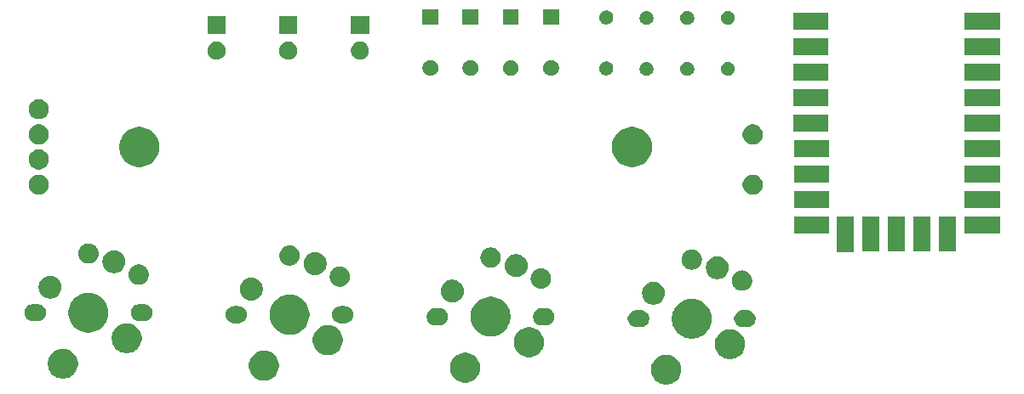
<source format=gts>
%TF.GenerationSoftware,KiCad,Pcbnew,9.0.4-1.fc42app3*%
%TF.CreationDate,2025-10-31T17:54:05+01:00*%
%TF.ProjectId,ccc_macropad,6363635f-6d61-4637-926f-7061642e6b69,rev?*%
%TF.SameCoordinates,Original*%
%TF.FileFunction,Soldermask,Top*%
%TF.FilePolarity,Negative*%
%FSLAX46Y46*%
G04 Gerber Fmt 4.6, Leading zero omitted, Abs format (unit mm)*
G04 Created by KiCad (PCBNEW 9.0.4-1.fc42app3) date 2025-10-31 17:54:05*
%MOMM*%
%LPD*%
G01*
G04 APERTURE LIST*
G04 APERTURE END LIST*
G36*
X177310168Y-73621445D02*
G01*
X177534025Y-73694181D01*
X177743748Y-73801040D01*
X177934172Y-73939391D01*
X178100609Y-74105828D01*
X178238960Y-74296252D01*
X178345819Y-74505975D01*
X178418555Y-74729832D01*
X178455376Y-74962311D01*
X178455376Y-75197689D01*
X178418555Y-75430168D01*
X178345819Y-75654025D01*
X178238960Y-75863748D01*
X178100609Y-76054172D01*
X177934172Y-76220609D01*
X177743748Y-76358960D01*
X177534025Y-76465819D01*
X177310168Y-76538555D01*
X177077689Y-76575376D01*
X176842311Y-76575376D01*
X176609832Y-76538555D01*
X176385975Y-76465819D01*
X176176252Y-76358960D01*
X175985828Y-76220609D01*
X175819391Y-76054172D01*
X175681040Y-75863748D01*
X175574181Y-75654025D01*
X175501445Y-75430168D01*
X175464624Y-75197689D01*
X175464624Y-74962311D01*
X175501445Y-74729832D01*
X175574181Y-74505975D01*
X175681040Y-74296252D01*
X175819391Y-74105828D01*
X175985828Y-73939391D01*
X176176252Y-73801040D01*
X176385975Y-73694181D01*
X176609832Y-73621445D01*
X176842311Y-73584624D01*
X177077689Y-73584624D01*
X177310168Y-73621445D01*
G37*
G36*
X157306835Y-73421445D02*
G01*
X157530692Y-73494181D01*
X157740415Y-73601040D01*
X157930839Y-73739391D01*
X158097276Y-73905828D01*
X158235627Y-74096252D01*
X158342486Y-74305975D01*
X158415222Y-74529832D01*
X158452043Y-74762311D01*
X158452043Y-74997689D01*
X158415222Y-75230168D01*
X158342486Y-75454025D01*
X158235627Y-75663748D01*
X158097276Y-75854172D01*
X157930839Y-76020609D01*
X157740415Y-76158960D01*
X157530692Y-76265819D01*
X157306835Y-76338555D01*
X157074356Y-76375376D01*
X156838978Y-76375376D01*
X156606499Y-76338555D01*
X156382642Y-76265819D01*
X156172919Y-76158960D01*
X155982495Y-76020609D01*
X155816058Y-75854172D01*
X155677707Y-75663748D01*
X155570848Y-75454025D01*
X155498112Y-75230168D01*
X155461291Y-74997689D01*
X155461291Y-74762311D01*
X155498112Y-74529832D01*
X155570848Y-74305975D01*
X155677707Y-74096252D01*
X155816058Y-73905828D01*
X155982495Y-73739391D01*
X156172919Y-73601040D01*
X156382642Y-73494181D01*
X156606499Y-73421445D01*
X156838978Y-73384624D01*
X157074356Y-73384624D01*
X157306835Y-73421445D01*
G37*
G36*
X137303501Y-73221445D02*
G01*
X137527358Y-73294181D01*
X137737081Y-73401040D01*
X137927505Y-73539391D01*
X138093942Y-73705828D01*
X138232293Y-73896252D01*
X138339152Y-74105975D01*
X138411888Y-74329832D01*
X138448709Y-74562311D01*
X138448709Y-74797689D01*
X138411888Y-75030168D01*
X138339152Y-75254025D01*
X138232293Y-75463748D01*
X138093942Y-75654172D01*
X137927505Y-75820609D01*
X137737081Y-75958960D01*
X137527358Y-76065819D01*
X137303501Y-76138555D01*
X137071022Y-76175376D01*
X136835644Y-76175376D01*
X136603165Y-76138555D01*
X136379308Y-76065819D01*
X136169585Y-75958960D01*
X135979161Y-75820609D01*
X135812724Y-75654172D01*
X135674373Y-75463748D01*
X135567514Y-75254025D01*
X135494778Y-75030168D01*
X135457957Y-74797689D01*
X135457957Y-74562311D01*
X135494778Y-74329832D01*
X135567514Y-74105975D01*
X135674373Y-73896252D01*
X135812724Y-73705828D01*
X135979161Y-73539391D01*
X136169585Y-73401040D01*
X136379308Y-73294181D01*
X136603165Y-73221445D01*
X136835644Y-73184624D01*
X137071022Y-73184624D01*
X137303501Y-73221445D01*
G37*
G36*
X117300168Y-73021445D02*
G01*
X117524025Y-73094181D01*
X117733748Y-73201040D01*
X117924172Y-73339391D01*
X118090609Y-73505828D01*
X118228960Y-73696252D01*
X118335819Y-73905975D01*
X118408555Y-74129832D01*
X118445376Y-74362311D01*
X118445376Y-74597689D01*
X118408555Y-74830168D01*
X118335819Y-75054025D01*
X118228960Y-75263748D01*
X118090609Y-75454172D01*
X117924172Y-75620609D01*
X117733748Y-75758960D01*
X117524025Y-75865819D01*
X117300168Y-75938555D01*
X117067689Y-75975376D01*
X116832311Y-75975376D01*
X116599832Y-75938555D01*
X116375975Y-75865819D01*
X116166252Y-75758960D01*
X115975828Y-75620609D01*
X115809391Y-75454172D01*
X115671040Y-75263748D01*
X115564181Y-75054025D01*
X115491445Y-74830168D01*
X115454624Y-74597689D01*
X115454624Y-74362311D01*
X115491445Y-74129832D01*
X115564181Y-73905975D01*
X115671040Y-73696252D01*
X115809391Y-73505828D01*
X115975828Y-73339391D01*
X116166252Y-73201040D01*
X116375975Y-73094181D01*
X116599832Y-73021445D01*
X116832311Y-72984624D01*
X117067689Y-72984624D01*
X117300168Y-73021445D01*
G37*
G36*
X183660168Y-71081445D02*
G01*
X183884025Y-71154181D01*
X184093748Y-71261040D01*
X184284172Y-71399391D01*
X184450609Y-71565828D01*
X184588960Y-71756252D01*
X184695819Y-71965975D01*
X184768555Y-72189832D01*
X184805376Y-72422311D01*
X184805376Y-72657689D01*
X184768555Y-72890168D01*
X184695819Y-73114025D01*
X184588960Y-73323748D01*
X184450609Y-73514172D01*
X184284172Y-73680609D01*
X184093748Y-73818960D01*
X183884025Y-73925819D01*
X183660168Y-73998555D01*
X183427689Y-74035376D01*
X183192311Y-74035376D01*
X182959832Y-73998555D01*
X182735975Y-73925819D01*
X182526252Y-73818960D01*
X182335828Y-73680609D01*
X182169391Y-73514172D01*
X182031040Y-73323748D01*
X181924181Y-73114025D01*
X181851445Y-72890168D01*
X181814624Y-72657689D01*
X181814624Y-72422311D01*
X181851445Y-72189832D01*
X181924181Y-71965975D01*
X182031040Y-71756252D01*
X182169391Y-71565828D01*
X182335828Y-71399391D01*
X182526252Y-71261040D01*
X182735975Y-71154181D01*
X182959832Y-71081445D01*
X183192311Y-71044624D01*
X183427689Y-71044624D01*
X183660168Y-71081445D01*
G37*
G36*
X163656835Y-70881445D02*
G01*
X163880692Y-70954181D01*
X164090415Y-71061040D01*
X164280839Y-71199391D01*
X164447276Y-71365828D01*
X164585627Y-71556252D01*
X164692486Y-71765975D01*
X164765222Y-71989832D01*
X164802043Y-72222311D01*
X164802043Y-72457689D01*
X164765222Y-72690168D01*
X164692486Y-72914025D01*
X164585627Y-73123748D01*
X164447276Y-73314172D01*
X164280839Y-73480609D01*
X164090415Y-73618960D01*
X163880692Y-73725819D01*
X163656835Y-73798555D01*
X163424356Y-73835376D01*
X163188978Y-73835376D01*
X162956499Y-73798555D01*
X162732642Y-73725819D01*
X162522919Y-73618960D01*
X162332495Y-73480609D01*
X162166058Y-73314172D01*
X162027707Y-73123748D01*
X161920848Y-72914025D01*
X161848112Y-72690168D01*
X161811291Y-72457689D01*
X161811291Y-72222311D01*
X161848112Y-71989832D01*
X161920848Y-71765975D01*
X162027707Y-71556252D01*
X162166058Y-71365828D01*
X162332495Y-71199391D01*
X162522919Y-71061040D01*
X162732642Y-70954181D01*
X162956499Y-70881445D01*
X163188978Y-70844624D01*
X163424356Y-70844624D01*
X163656835Y-70881445D01*
G37*
G36*
X143653501Y-70681445D02*
G01*
X143877358Y-70754181D01*
X144087081Y-70861040D01*
X144277505Y-70999391D01*
X144443942Y-71165828D01*
X144582293Y-71356252D01*
X144689152Y-71565975D01*
X144761888Y-71789832D01*
X144798709Y-72022311D01*
X144798709Y-72257689D01*
X144761888Y-72490168D01*
X144689152Y-72714025D01*
X144582293Y-72923748D01*
X144443942Y-73114172D01*
X144277505Y-73280609D01*
X144087081Y-73418960D01*
X143877358Y-73525819D01*
X143653501Y-73598555D01*
X143421022Y-73635376D01*
X143185644Y-73635376D01*
X142953165Y-73598555D01*
X142729308Y-73525819D01*
X142519585Y-73418960D01*
X142329161Y-73280609D01*
X142162724Y-73114172D01*
X142024373Y-72923748D01*
X141917514Y-72714025D01*
X141844778Y-72490168D01*
X141807957Y-72257689D01*
X141807957Y-72022311D01*
X141844778Y-71789832D01*
X141917514Y-71565975D01*
X142024373Y-71356252D01*
X142162724Y-71165828D01*
X142329161Y-70999391D01*
X142519585Y-70861040D01*
X142729308Y-70754181D01*
X142953165Y-70681445D01*
X143185644Y-70644624D01*
X143421022Y-70644624D01*
X143653501Y-70681445D01*
G37*
G36*
X123650168Y-70481445D02*
G01*
X123874025Y-70554181D01*
X124083748Y-70661040D01*
X124274172Y-70799391D01*
X124440609Y-70965828D01*
X124578960Y-71156252D01*
X124685819Y-71365975D01*
X124758555Y-71589832D01*
X124795376Y-71822311D01*
X124795376Y-72057689D01*
X124758555Y-72290168D01*
X124685819Y-72514025D01*
X124578960Y-72723748D01*
X124440609Y-72914172D01*
X124274172Y-73080609D01*
X124083748Y-73218960D01*
X123874025Y-73325819D01*
X123650168Y-73398555D01*
X123417689Y-73435376D01*
X123182311Y-73435376D01*
X122949832Y-73398555D01*
X122725975Y-73325819D01*
X122516252Y-73218960D01*
X122325828Y-73080609D01*
X122159391Y-72914172D01*
X122021040Y-72723748D01*
X121914181Y-72514025D01*
X121841445Y-72290168D01*
X121804624Y-72057689D01*
X121804624Y-71822311D01*
X121841445Y-71589832D01*
X121914181Y-71365975D01*
X122021040Y-71156252D01*
X122159391Y-70965828D01*
X122325828Y-70799391D01*
X122516252Y-70661040D01*
X122725975Y-70554181D01*
X122949832Y-70481445D01*
X123182311Y-70444624D01*
X123417689Y-70444624D01*
X123650168Y-70481445D01*
G37*
G36*
X179888991Y-68044412D02*
G01*
X180140918Y-68111916D01*
X180381879Y-68211725D01*
X180607751Y-68342133D01*
X180814670Y-68500907D01*
X180999093Y-68685330D01*
X181157867Y-68892249D01*
X181288275Y-69118121D01*
X181388084Y-69359082D01*
X181455588Y-69611009D01*
X181489631Y-69869593D01*
X181489631Y-70130407D01*
X181455588Y-70388991D01*
X181388084Y-70640918D01*
X181288275Y-70881879D01*
X181157867Y-71107751D01*
X180999093Y-71314670D01*
X180814670Y-71499093D01*
X180607751Y-71657867D01*
X180381879Y-71788275D01*
X180140918Y-71888084D01*
X179888991Y-71955588D01*
X179630407Y-71989631D01*
X179369593Y-71989631D01*
X179111009Y-71955588D01*
X178859082Y-71888084D01*
X178618121Y-71788275D01*
X178392249Y-71657867D01*
X178185330Y-71499093D01*
X178000907Y-71314670D01*
X177842133Y-71107751D01*
X177711725Y-70881879D01*
X177611916Y-70640918D01*
X177544412Y-70388991D01*
X177510369Y-70130407D01*
X177510369Y-69869593D01*
X177544412Y-69611009D01*
X177611916Y-69359082D01*
X177711725Y-69118121D01*
X177842133Y-68892249D01*
X178000907Y-68685330D01*
X178185330Y-68500907D01*
X178392249Y-68342133D01*
X178618121Y-68211725D01*
X178859082Y-68111916D01*
X179111009Y-68044412D01*
X179369593Y-68010369D01*
X179630407Y-68010369D01*
X179888991Y-68044412D01*
G37*
G36*
X159885658Y-67844412D02*
G01*
X160137585Y-67911916D01*
X160378546Y-68011725D01*
X160604418Y-68142133D01*
X160811337Y-68300907D01*
X160995760Y-68485330D01*
X161154534Y-68692249D01*
X161284942Y-68918121D01*
X161384751Y-69159082D01*
X161452255Y-69411009D01*
X161486298Y-69669593D01*
X161486298Y-69930407D01*
X161452255Y-70188991D01*
X161384751Y-70440918D01*
X161284942Y-70681879D01*
X161154534Y-70907751D01*
X160995760Y-71114670D01*
X160811337Y-71299093D01*
X160604418Y-71457867D01*
X160378546Y-71588275D01*
X160137585Y-71688084D01*
X159885658Y-71755588D01*
X159627074Y-71789631D01*
X159366260Y-71789631D01*
X159107676Y-71755588D01*
X158855749Y-71688084D01*
X158614788Y-71588275D01*
X158388916Y-71457867D01*
X158181997Y-71299093D01*
X157997574Y-71114670D01*
X157838800Y-70907751D01*
X157708392Y-70681879D01*
X157608583Y-70440918D01*
X157541079Y-70188991D01*
X157507036Y-69930407D01*
X157507036Y-69669593D01*
X157541079Y-69411009D01*
X157608583Y-69159082D01*
X157708392Y-68918121D01*
X157838800Y-68692249D01*
X157997574Y-68485330D01*
X158181997Y-68300907D01*
X158388916Y-68142133D01*
X158614788Y-68011725D01*
X158855749Y-67911916D01*
X159107676Y-67844412D01*
X159366260Y-67810369D01*
X159627074Y-67810369D01*
X159885658Y-67844412D01*
G37*
G36*
X139882324Y-67644412D02*
G01*
X140134251Y-67711916D01*
X140375212Y-67811725D01*
X140601084Y-67942133D01*
X140808003Y-68100907D01*
X140992426Y-68285330D01*
X141151200Y-68492249D01*
X141281608Y-68718121D01*
X141381417Y-68959082D01*
X141448921Y-69211009D01*
X141482964Y-69469593D01*
X141482964Y-69730407D01*
X141448921Y-69988991D01*
X141381417Y-70240918D01*
X141281608Y-70481879D01*
X141151200Y-70707751D01*
X140992426Y-70914670D01*
X140808003Y-71099093D01*
X140601084Y-71257867D01*
X140375212Y-71388275D01*
X140134251Y-71488084D01*
X139882324Y-71555588D01*
X139623740Y-71589631D01*
X139362926Y-71589631D01*
X139104342Y-71555588D01*
X138852415Y-71488084D01*
X138611454Y-71388275D01*
X138385582Y-71257867D01*
X138178663Y-71099093D01*
X137994240Y-70914670D01*
X137835466Y-70707751D01*
X137705058Y-70481879D01*
X137605249Y-70240918D01*
X137537745Y-69988991D01*
X137503702Y-69730407D01*
X137503702Y-69469593D01*
X137537745Y-69211009D01*
X137605249Y-68959082D01*
X137705058Y-68718121D01*
X137835466Y-68492249D01*
X137994240Y-68285330D01*
X138178663Y-68100907D01*
X138385582Y-67942133D01*
X138611454Y-67811725D01*
X138852415Y-67711916D01*
X139104342Y-67644412D01*
X139362926Y-67610369D01*
X139623740Y-67610369D01*
X139882324Y-67644412D01*
G37*
G36*
X119878991Y-67444412D02*
G01*
X120130918Y-67511916D01*
X120371879Y-67611725D01*
X120597751Y-67742133D01*
X120804670Y-67900907D01*
X120989093Y-68085330D01*
X121147867Y-68292249D01*
X121278275Y-68518121D01*
X121378084Y-68759082D01*
X121445588Y-69011009D01*
X121479631Y-69269593D01*
X121479631Y-69530407D01*
X121445588Y-69788991D01*
X121378084Y-70040918D01*
X121278275Y-70281879D01*
X121147867Y-70507751D01*
X120989093Y-70714670D01*
X120804670Y-70899093D01*
X120597751Y-71057867D01*
X120371879Y-71188275D01*
X120130918Y-71288084D01*
X119878991Y-71355588D01*
X119620407Y-71389631D01*
X119359593Y-71389631D01*
X119101009Y-71355588D01*
X118849082Y-71288084D01*
X118608121Y-71188275D01*
X118382249Y-71057867D01*
X118175330Y-70899093D01*
X117990907Y-70714670D01*
X117832133Y-70507751D01*
X117701725Y-70281879D01*
X117601916Y-70040918D01*
X117534412Y-69788991D01*
X117500369Y-69530407D01*
X117500369Y-69269593D01*
X117534412Y-69011009D01*
X117601916Y-68759082D01*
X117701725Y-68518121D01*
X117832133Y-68292249D01*
X117990907Y-68085330D01*
X118175330Y-67900907D01*
X118382249Y-67742133D01*
X118608121Y-67611725D01*
X118849082Y-67511916D01*
X119101009Y-67444412D01*
X119359593Y-67410369D01*
X119620407Y-67410369D01*
X119878991Y-67444412D01*
G37*
G36*
X174511603Y-69153197D02*
G01*
X174675203Y-69185739D01*
X174829311Y-69249573D01*
X174968005Y-69342245D01*
X175085955Y-69460195D01*
X175178627Y-69598889D01*
X175242461Y-69752997D01*
X175275003Y-69916597D01*
X175275003Y-70083403D01*
X175242461Y-70247003D01*
X175178627Y-70401111D01*
X175085955Y-70539805D01*
X174968005Y-70657755D01*
X174829311Y-70750427D01*
X174675203Y-70814261D01*
X174511603Y-70846803D01*
X174428200Y-70850900D01*
X174426722Y-70850900D01*
X173981478Y-70850900D01*
X173980000Y-70850900D01*
X173896597Y-70846803D01*
X173732997Y-70814261D01*
X173578889Y-70750427D01*
X173440195Y-70657755D01*
X173322245Y-70539805D01*
X173229573Y-70401111D01*
X173165739Y-70247003D01*
X173133197Y-70083403D01*
X173133197Y-69916597D01*
X173165739Y-69752997D01*
X173229573Y-69598889D01*
X173322245Y-69460195D01*
X173440195Y-69342245D01*
X173578889Y-69249573D01*
X173732997Y-69185739D01*
X173896597Y-69153197D01*
X173980000Y-69149100D01*
X174428200Y-69149100D01*
X174511603Y-69153197D01*
G37*
G36*
X185090703Y-69153197D02*
G01*
X185254303Y-69185739D01*
X185408411Y-69249573D01*
X185547105Y-69342245D01*
X185665055Y-69460195D01*
X185757727Y-69598889D01*
X185821561Y-69752997D01*
X185854103Y-69916597D01*
X185854103Y-70083403D01*
X185821561Y-70247003D01*
X185757727Y-70401111D01*
X185665055Y-70539805D01*
X185547105Y-70657755D01*
X185408411Y-70750427D01*
X185254303Y-70814261D01*
X185090703Y-70846803D01*
X185007300Y-70850900D01*
X185005822Y-70850900D01*
X184560578Y-70850900D01*
X184559100Y-70850900D01*
X184475697Y-70846803D01*
X184312097Y-70814261D01*
X184157989Y-70750427D01*
X184019295Y-70657755D01*
X183901345Y-70539805D01*
X183808673Y-70401111D01*
X183744839Y-70247003D01*
X183712297Y-70083403D01*
X183712297Y-69916597D01*
X183744839Y-69752997D01*
X183808673Y-69598889D01*
X183901345Y-69460195D01*
X184019295Y-69342245D01*
X184157989Y-69249573D01*
X184312097Y-69185739D01*
X184475697Y-69153197D01*
X184559100Y-69149100D01*
X185007300Y-69149100D01*
X185090703Y-69153197D01*
G37*
G36*
X154508270Y-68953197D02*
G01*
X154671870Y-68985739D01*
X154825978Y-69049573D01*
X154964672Y-69142245D01*
X155082622Y-69260195D01*
X155175294Y-69398889D01*
X155239128Y-69552997D01*
X155271670Y-69716597D01*
X155271670Y-69883403D01*
X155239128Y-70047003D01*
X155175294Y-70201111D01*
X155082622Y-70339805D01*
X154964672Y-70457755D01*
X154825978Y-70550427D01*
X154671870Y-70614261D01*
X154508270Y-70646803D01*
X154424867Y-70650900D01*
X154423389Y-70650900D01*
X153978145Y-70650900D01*
X153976667Y-70650900D01*
X153893264Y-70646803D01*
X153729664Y-70614261D01*
X153575556Y-70550427D01*
X153436862Y-70457755D01*
X153318912Y-70339805D01*
X153226240Y-70201111D01*
X153162406Y-70047003D01*
X153129864Y-69883403D01*
X153129864Y-69716597D01*
X153162406Y-69552997D01*
X153226240Y-69398889D01*
X153318912Y-69260195D01*
X153436862Y-69142245D01*
X153575556Y-69049573D01*
X153729664Y-68985739D01*
X153893264Y-68953197D01*
X153976667Y-68949100D01*
X154424867Y-68949100D01*
X154508270Y-68953197D01*
G37*
G36*
X165087370Y-68953197D02*
G01*
X165250970Y-68985739D01*
X165405078Y-69049573D01*
X165543772Y-69142245D01*
X165661722Y-69260195D01*
X165754394Y-69398889D01*
X165818228Y-69552997D01*
X165850770Y-69716597D01*
X165850770Y-69883403D01*
X165818228Y-70047003D01*
X165754394Y-70201111D01*
X165661722Y-70339805D01*
X165543772Y-70457755D01*
X165405078Y-70550427D01*
X165250970Y-70614261D01*
X165087370Y-70646803D01*
X165003967Y-70650900D01*
X165002489Y-70650900D01*
X164557245Y-70650900D01*
X164555767Y-70650900D01*
X164472364Y-70646803D01*
X164308764Y-70614261D01*
X164154656Y-70550427D01*
X164015962Y-70457755D01*
X163898012Y-70339805D01*
X163805340Y-70201111D01*
X163741506Y-70047003D01*
X163708964Y-69883403D01*
X163708964Y-69716597D01*
X163741506Y-69552997D01*
X163805340Y-69398889D01*
X163898012Y-69260195D01*
X164015962Y-69142245D01*
X164154656Y-69049573D01*
X164308764Y-68985739D01*
X164472364Y-68953197D01*
X164555767Y-68949100D01*
X165003967Y-68949100D01*
X165087370Y-68953197D01*
G37*
G36*
X134504936Y-68753197D02*
G01*
X134668536Y-68785739D01*
X134822644Y-68849573D01*
X134961338Y-68942245D01*
X135079288Y-69060195D01*
X135171960Y-69198889D01*
X135235794Y-69352997D01*
X135268336Y-69516597D01*
X135268336Y-69683403D01*
X135235794Y-69847003D01*
X135171960Y-70001111D01*
X135079288Y-70139805D01*
X134961338Y-70257755D01*
X134822644Y-70350427D01*
X134668536Y-70414261D01*
X134504936Y-70446803D01*
X134421533Y-70450900D01*
X134420055Y-70450900D01*
X133974811Y-70450900D01*
X133973333Y-70450900D01*
X133889930Y-70446803D01*
X133726330Y-70414261D01*
X133572222Y-70350427D01*
X133433528Y-70257755D01*
X133315578Y-70139805D01*
X133222906Y-70001111D01*
X133159072Y-69847003D01*
X133126530Y-69683403D01*
X133126530Y-69516597D01*
X133159072Y-69352997D01*
X133222906Y-69198889D01*
X133315578Y-69060195D01*
X133433528Y-68942245D01*
X133572222Y-68849573D01*
X133726330Y-68785739D01*
X133889930Y-68753197D01*
X133973333Y-68749100D01*
X134421533Y-68749100D01*
X134504936Y-68753197D01*
G37*
G36*
X145084036Y-68753197D02*
G01*
X145247636Y-68785739D01*
X145401744Y-68849573D01*
X145540438Y-68942245D01*
X145658388Y-69060195D01*
X145751060Y-69198889D01*
X145814894Y-69352997D01*
X145847436Y-69516597D01*
X145847436Y-69683403D01*
X145814894Y-69847003D01*
X145751060Y-70001111D01*
X145658388Y-70139805D01*
X145540438Y-70257755D01*
X145401744Y-70350427D01*
X145247636Y-70414261D01*
X145084036Y-70446803D01*
X145000633Y-70450900D01*
X144999155Y-70450900D01*
X144553911Y-70450900D01*
X144552433Y-70450900D01*
X144469030Y-70446803D01*
X144305430Y-70414261D01*
X144151322Y-70350427D01*
X144012628Y-70257755D01*
X143894678Y-70139805D01*
X143802006Y-70001111D01*
X143738172Y-69847003D01*
X143705630Y-69683403D01*
X143705630Y-69516597D01*
X143738172Y-69352997D01*
X143802006Y-69198889D01*
X143894678Y-69060195D01*
X144012628Y-68942245D01*
X144151322Y-68849573D01*
X144305430Y-68785739D01*
X144469030Y-68753197D01*
X144552433Y-68749100D01*
X145000633Y-68749100D01*
X145084036Y-68753197D01*
G37*
G36*
X114501603Y-68553197D02*
G01*
X114665203Y-68585739D01*
X114819311Y-68649573D01*
X114958005Y-68742245D01*
X115075955Y-68860195D01*
X115168627Y-68998889D01*
X115232461Y-69152997D01*
X115265003Y-69316597D01*
X115265003Y-69483403D01*
X115232461Y-69647003D01*
X115168627Y-69801111D01*
X115075955Y-69939805D01*
X114958005Y-70057755D01*
X114819311Y-70150427D01*
X114665203Y-70214261D01*
X114501603Y-70246803D01*
X114418200Y-70250900D01*
X114416722Y-70250900D01*
X113971478Y-70250900D01*
X113970000Y-70250900D01*
X113886597Y-70246803D01*
X113722997Y-70214261D01*
X113568889Y-70150427D01*
X113430195Y-70057755D01*
X113312245Y-69939805D01*
X113219573Y-69801111D01*
X113155739Y-69647003D01*
X113123197Y-69483403D01*
X113123197Y-69316597D01*
X113155739Y-69152997D01*
X113219573Y-68998889D01*
X113312245Y-68860195D01*
X113430195Y-68742245D01*
X113568889Y-68649573D01*
X113722997Y-68585739D01*
X113886597Y-68553197D01*
X113970000Y-68549100D01*
X114418200Y-68549100D01*
X114501603Y-68553197D01*
G37*
G36*
X125080703Y-68553197D02*
G01*
X125244303Y-68585739D01*
X125398411Y-68649573D01*
X125537105Y-68742245D01*
X125655055Y-68860195D01*
X125747727Y-68998889D01*
X125811561Y-69152997D01*
X125844103Y-69316597D01*
X125844103Y-69483403D01*
X125811561Y-69647003D01*
X125747727Y-69801111D01*
X125655055Y-69939805D01*
X125537105Y-70057755D01*
X125398411Y-70150427D01*
X125244303Y-70214261D01*
X125080703Y-70246803D01*
X124997300Y-70250900D01*
X124995822Y-70250900D01*
X124550578Y-70250900D01*
X124549100Y-70250900D01*
X124465697Y-70246803D01*
X124302097Y-70214261D01*
X124147989Y-70150427D01*
X124009295Y-70057755D01*
X123891345Y-69939805D01*
X123798673Y-69801111D01*
X123734839Y-69647003D01*
X123702297Y-69483403D01*
X123702297Y-69316597D01*
X123734839Y-69152997D01*
X123798673Y-68998889D01*
X123891345Y-68860195D01*
X124009295Y-68742245D01*
X124147989Y-68649573D01*
X124302097Y-68585739D01*
X124465697Y-68553197D01*
X124549100Y-68549100D01*
X124997300Y-68549100D01*
X125080703Y-68553197D01*
G37*
G36*
X175956828Y-66348581D02*
G01*
X176127407Y-66404006D01*
X176287216Y-66485432D01*
X176432319Y-66590856D01*
X176559144Y-66717681D01*
X176664568Y-66862784D01*
X176745994Y-67022593D01*
X176801419Y-67193172D01*
X176829477Y-67370321D01*
X176829477Y-67549679D01*
X176801419Y-67726828D01*
X176745994Y-67897407D01*
X176664568Y-68057216D01*
X176559144Y-68202319D01*
X176432319Y-68329144D01*
X176287216Y-68434568D01*
X176127407Y-68515994D01*
X175956828Y-68571419D01*
X175779679Y-68599477D01*
X175600321Y-68599477D01*
X175423172Y-68571419D01*
X175252593Y-68515994D01*
X175092784Y-68434568D01*
X174947681Y-68329144D01*
X174820856Y-68202319D01*
X174715432Y-68057216D01*
X174634006Y-67897407D01*
X174578581Y-67726828D01*
X174550523Y-67549679D01*
X174550523Y-67370321D01*
X174578581Y-67193172D01*
X174634006Y-67022593D01*
X174715432Y-66862784D01*
X174820856Y-66717681D01*
X174947681Y-66590856D01*
X175092784Y-66485432D01*
X175252593Y-66404006D01*
X175423172Y-66348581D01*
X175600321Y-66320523D01*
X175779679Y-66320523D01*
X175956828Y-66348581D01*
G37*
G36*
X155953495Y-66148581D02*
G01*
X156124074Y-66204006D01*
X156283883Y-66285432D01*
X156428986Y-66390856D01*
X156555811Y-66517681D01*
X156661235Y-66662784D01*
X156742661Y-66822593D01*
X156798086Y-66993172D01*
X156826144Y-67170321D01*
X156826144Y-67349679D01*
X156798086Y-67526828D01*
X156742661Y-67697407D01*
X156661235Y-67857216D01*
X156555811Y-68002319D01*
X156428986Y-68129144D01*
X156283883Y-68234568D01*
X156124074Y-68315994D01*
X155953495Y-68371419D01*
X155776346Y-68399477D01*
X155596988Y-68399477D01*
X155419839Y-68371419D01*
X155249260Y-68315994D01*
X155089451Y-68234568D01*
X154944348Y-68129144D01*
X154817523Y-68002319D01*
X154712099Y-67857216D01*
X154630673Y-67697407D01*
X154575248Y-67526828D01*
X154547190Y-67349679D01*
X154547190Y-67170321D01*
X154575248Y-66993172D01*
X154630673Y-66822593D01*
X154712099Y-66662784D01*
X154817523Y-66517681D01*
X154944348Y-66390856D01*
X155089451Y-66285432D01*
X155249260Y-66204006D01*
X155419839Y-66148581D01*
X155596988Y-66120523D01*
X155776346Y-66120523D01*
X155953495Y-66148581D01*
G37*
G36*
X135950161Y-65948581D02*
G01*
X136120740Y-66004006D01*
X136280549Y-66085432D01*
X136425652Y-66190856D01*
X136552477Y-66317681D01*
X136657901Y-66462784D01*
X136739327Y-66622593D01*
X136794752Y-66793172D01*
X136822810Y-66970321D01*
X136822810Y-67149679D01*
X136794752Y-67326828D01*
X136739327Y-67497407D01*
X136657901Y-67657216D01*
X136552477Y-67802319D01*
X136425652Y-67929144D01*
X136280549Y-68034568D01*
X136120740Y-68115994D01*
X135950161Y-68171419D01*
X135773012Y-68199477D01*
X135593654Y-68199477D01*
X135416505Y-68171419D01*
X135245926Y-68115994D01*
X135086117Y-68034568D01*
X134941014Y-67929144D01*
X134814189Y-67802319D01*
X134708765Y-67657216D01*
X134627339Y-67497407D01*
X134571914Y-67326828D01*
X134543856Y-67149679D01*
X134543856Y-66970321D01*
X134571914Y-66793172D01*
X134627339Y-66622593D01*
X134708765Y-66462784D01*
X134814189Y-66317681D01*
X134941014Y-66190856D01*
X135086117Y-66085432D01*
X135245926Y-66004006D01*
X135416505Y-65948581D01*
X135593654Y-65920523D01*
X135773012Y-65920523D01*
X135950161Y-65948581D01*
G37*
G36*
X115946828Y-65748581D02*
G01*
X116117407Y-65804006D01*
X116277216Y-65885432D01*
X116422319Y-65990856D01*
X116549144Y-66117681D01*
X116654568Y-66262784D01*
X116735994Y-66422593D01*
X116791419Y-66593172D01*
X116819477Y-66770321D01*
X116819477Y-66949679D01*
X116791419Y-67126828D01*
X116735994Y-67297407D01*
X116654568Y-67457216D01*
X116549144Y-67602319D01*
X116422319Y-67729144D01*
X116277216Y-67834568D01*
X116117407Y-67915994D01*
X115946828Y-67971419D01*
X115769679Y-67999477D01*
X115590321Y-67999477D01*
X115413172Y-67971419D01*
X115242593Y-67915994D01*
X115082784Y-67834568D01*
X114937681Y-67729144D01*
X114810856Y-67602319D01*
X114705432Y-67457216D01*
X114624006Y-67297407D01*
X114568581Y-67126828D01*
X114540523Y-66949679D01*
X114540523Y-66770321D01*
X114568581Y-66593172D01*
X114624006Y-66422593D01*
X114705432Y-66262784D01*
X114810856Y-66117681D01*
X114937681Y-65990856D01*
X115082784Y-65885432D01*
X115242593Y-65804006D01*
X115413172Y-65748581D01*
X115590321Y-65720523D01*
X115769679Y-65720523D01*
X115946828Y-65748581D01*
G37*
G36*
X184589646Y-65188892D02*
G01*
X184599585Y-65188892D01*
X184638420Y-65196617D01*
X184737137Y-65212252D01*
X184768891Y-65222569D01*
X184794929Y-65227749D01*
X184831674Y-65242969D01*
X184888730Y-65261508D01*
X184942180Y-65288742D01*
X184978939Y-65303968D01*
X185001022Y-65318723D01*
X185030763Y-65333877D01*
X185111600Y-65392609D01*
X185144544Y-65414621D01*
X185151575Y-65421652D01*
X185159716Y-65427567D01*
X185272432Y-65540283D01*
X185278346Y-65548423D01*
X185285379Y-65555456D01*
X185307393Y-65588403D01*
X185366122Y-65669236D01*
X185381274Y-65698974D01*
X185396032Y-65721061D01*
X185411259Y-65757824D01*
X185438491Y-65811269D01*
X185457027Y-65868318D01*
X185472251Y-65905071D01*
X185477431Y-65931114D01*
X185487747Y-65962862D01*
X185503381Y-66061571D01*
X185511108Y-66100415D01*
X185511108Y-66110354D01*
X185512683Y-66120298D01*
X185512683Y-66279701D01*
X185511108Y-66289644D01*
X185511108Y-66299585D01*
X185503380Y-66338432D01*
X185487747Y-66437137D01*
X185477431Y-66468883D01*
X185472251Y-66494929D01*
X185457026Y-66531685D01*
X185438491Y-66588730D01*
X185411262Y-66642169D01*
X185396032Y-66678939D01*
X185381272Y-66701028D01*
X185366122Y-66730763D01*
X185307402Y-66811583D01*
X185285379Y-66844544D01*
X185278343Y-66851579D01*
X185272432Y-66859716D01*
X185159716Y-66972432D01*
X185151579Y-66978343D01*
X185144544Y-66985379D01*
X185111583Y-67007402D01*
X185030763Y-67066122D01*
X185001028Y-67081272D01*
X184978939Y-67096032D01*
X184942169Y-67111262D01*
X184888730Y-67138491D01*
X184831685Y-67157026D01*
X184794929Y-67172251D01*
X184768883Y-67177431D01*
X184737137Y-67187747D01*
X184638429Y-67203381D01*
X184599585Y-67211108D01*
X184589646Y-67211108D01*
X184579702Y-67212683D01*
X184420298Y-67212683D01*
X184410354Y-67211108D01*
X184400415Y-67211108D01*
X184361571Y-67203381D01*
X184262862Y-67187747D01*
X184231114Y-67177431D01*
X184205071Y-67172251D01*
X184168318Y-67157027D01*
X184111269Y-67138491D01*
X184057824Y-67111259D01*
X184021061Y-67096032D01*
X183998974Y-67081274D01*
X183969236Y-67066122D01*
X183888403Y-67007393D01*
X183855456Y-66985379D01*
X183848423Y-66978346D01*
X183840283Y-66972432D01*
X183727567Y-66859716D01*
X183721652Y-66851575D01*
X183714621Y-66844544D01*
X183692609Y-66811600D01*
X183633877Y-66730763D01*
X183618723Y-66701022D01*
X183603968Y-66678939D01*
X183588742Y-66642180D01*
X183561508Y-66588730D01*
X183542969Y-66531674D01*
X183527749Y-66494929D01*
X183522569Y-66468891D01*
X183512252Y-66437137D01*
X183496617Y-66338423D01*
X183488892Y-66299585D01*
X183488892Y-66289645D01*
X183487317Y-66279701D01*
X183487317Y-66120298D01*
X183488892Y-66110353D01*
X183488892Y-66100415D01*
X183496616Y-66061580D01*
X183512252Y-65962862D01*
X183522570Y-65931106D01*
X183527749Y-65905071D01*
X183542967Y-65868329D01*
X183561508Y-65811269D01*
X183588744Y-65757814D01*
X183603968Y-65721061D01*
X183618721Y-65698981D01*
X183633877Y-65669236D01*
X183692617Y-65588386D01*
X183714621Y-65555456D01*
X183721650Y-65548426D01*
X183727567Y-65540283D01*
X183840283Y-65427567D01*
X183848426Y-65421650D01*
X183855456Y-65414621D01*
X183888386Y-65392617D01*
X183969236Y-65333877D01*
X183998981Y-65318721D01*
X184021061Y-65303968D01*
X184057814Y-65288744D01*
X184111269Y-65261508D01*
X184168329Y-65242967D01*
X184205071Y-65227749D01*
X184231106Y-65222570D01*
X184262862Y-65212252D01*
X184361580Y-65196616D01*
X184400415Y-65188892D01*
X184410354Y-65188892D01*
X184420298Y-65187317D01*
X184579702Y-65187317D01*
X184589646Y-65188892D01*
G37*
G36*
X164586313Y-64988892D02*
G01*
X164596252Y-64988892D01*
X164635087Y-64996617D01*
X164733804Y-65012252D01*
X164765558Y-65022569D01*
X164791596Y-65027749D01*
X164828341Y-65042969D01*
X164885397Y-65061508D01*
X164938847Y-65088742D01*
X164975606Y-65103968D01*
X164997689Y-65118723D01*
X165027430Y-65133877D01*
X165108267Y-65192609D01*
X165141211Y-65214621D01*
X165148242Y-65221652D01*
X165156383Y-65227567D01*
X165269099Y-65340283D01*
X165275013Y-65348423D01*
X165282046Y-65355456D01*
X165304060Y-65388403D01*
X165362789Y-65469236D01*
X165377941Y-65498974D01*
X165392699Y-65521061D01*
X165407926Y-65557824D01*
X165435158Y-65611269D01*
X165453694Y-65668318D01*
X165468918Y-65705071D01*
X165474098Y-65731114D01*
X165484414Y-65762862D01*
X165500048Y-65861571D01*
X165507775Y-65900415D01*
X165507775Y-65910354D01*
X165509350Y-65920298D01*
X165509350Y-66079701D01*
X165507775Y-66089644D01*
X165507775Y-66099585D01*
X165500047Y-66138432D01*
X165484414Y-66237137D01*
X165474098Y-66268883D01*
X165468918Y-66294929D01*
X165453693Y-66331685D01*
X165435158Y-66388730D01*
X165407929Y-66442169D01*
X165392699Y-66478939D01*
X165377939Y-66501028D01*
X165362789Y-66530763D01*
X165304069Y-66611583D01*
X165282046Y-66644544D01*
X165275010Y-66651579D01*
X165269099Y-66659716D01*
X165156383Y-66772432D01*
X165148246Y-66778343D01*
X165141211Y-66785379D01*
X165108250Y-66807402D01*
X165027430Y-66866122D01*
X164997695Y-66881272D01*
X164975606Y-66896032D01*
X164938836Y-66911262D01*
X164885397Y-66938491D01*
X164828352Y-66957026D01*
X164791596Y-66972251D01*
X164765550Y-66977431D01*
X164733804Y-66987747D01*
X164635096Y-67003381D01*
X164596252Y-67011108D01*
X164586313Y-67011108D01*
X164576369Y-67012683D01*
X164416965Y-67012683D01*
X164407021Y-67011108D01*
X164397082Y-67011108D01*
X164358238Y-67003381D01*
X164259529Y-66987747D01*
X164227781Y-66977431D01*
X164201738Y-66972251D01*
X164164985Y-66957027D01*
X164107936Y-66938491D01*
X164054491Y-66911259D01*
X164017728Y-66896032D01*
X163995641Y-66881274D01*
X163965903Y-66866122D01*
X163885070Y-66807393D01*
X163852123Y-66785379D01*
X163845090Y-66778346D01*
X163836950Y-66772432D01*
X163724234Y-66659716D01*
X163718319Y-66651575D01*
X163711288Y-66644544D01*
X163689276Y-66611600D01*
X163630544Y-66530763D01*
X163615390Y-66501022D01*
X163600635Y-66478939D01*
X163585409Y-66442180D01*
X163558175Y-66388730D01*
X163539636Y-66331674D01*
X163524416Y-66294929D01*
X163519236Y-66268891D01*
X163508919Y-66237137D01*
X163493284Y-66138423D01*
X163485559Y-66099585D01*
X163485559Y-66089645D01*
X163483984Y-66079701D01*
X163483984Y-65920298D01*
X163485559Y-65910353D01*
X163485559Y-65900415D01*
X163493283Y-65861580D01*
X163508919Y-65762862D01*
X163519237Y-65731106D01*
X163524416Y-65705071D01*
X163539634Y-65668329D01*
X163558175Y-65611269D01*
X163585411Y-65557814D01*
X163600635Y-65521061D01*
X163615388Y-65498981D01*
X163630544Y-65469236D01*
X163689284Y-65388386D01*
X163711288Y-65355456D01*
X163718317Y-65348426D01*
X163724234Y-65340283D01*
X163836950Y-65227567D01*
X163845093Y-65221650D01*
X163852123Y-65214621D01*
X163885053Y-65192617D01*
X163965903Y-65133877D01*
X163995648Y-65118721D01*
X164017728Y-65103968D01*
X164054481Y-65088744D01*
X164107936Y-65061508D01*
X164164996Y-65042967D01*
X164201738Y-65027749D01*
X164227773Y-65022570D01*
X164259529Y-65012252D01*
X164358247Y-64996616D01*
X164397082Y-64988892D01*
X164407021Y-64988892D01*
X164416965Y-64987317D01*
X164576369Y-64987317D01*
X164586313Y-64988892D01*
G37*
G36*
X144582979Y-64788892D02*
G01*
X144592918Y-64788892D01*
X144631753Y-64796617D01*
X144730470Y-64812252D01*
X144762224Y-64822569D01*
X144788262Y-64827749D01*
X144825007Y-64842969D01*
X144882063Y-64861508D01*
X144935513Y-64888742D01*
X144972272Y-64903968D01*
X144994355Y-64918723D01*
X145024096Y-64933877D01*
X145104933Y-64992609D01*
X145137877Y-65014621D01*
X145144908Y-65021652D01*
X145153049Y-65027567D01*
X145265765Y-65140283D01*
X145271679Y-65148423D01*
X145278712Y-65155456D01*
X145300726Y-65188403D01*
X145359455Y-65269236D01*
X145374607Y-65298974D01*
X145389365Y-65321061D01*
X145404592Y-65357824D01*
X145431824Y-65411269D01*
X145450360Y-65468318D01*
X145465584Y-65505071D01*
X145470764Y-65531114D01*
X145481080Y-65562862D01*
X145496714Y-65661571D01*
X145504441Y-65700415D01*
X145504441Y-65710354D01*
X145506016Y-65720298D01*
X145506016Y-65879701D01*
X145504441Y-65889644D01*
X145504441Y-65899585D01*
X145496713Y-65938432D01*
X145481080Y-66037137D01*
X145470764Y-66068883D01*
X145465584Y-66094929D01*
X145450359Y-66131685D01*
X145431824Y-66188730D01*
X145404595Y-66242169D01*
X145389365Y-66278939D01*
X145374605Y-66301028D01*
X145359455Y-66330763D01*
X145300735Y-66411583D01*
X145278712Y-66444544D01*
X145271676Y-66451579D01*
X145265765Y-66459716D01*
X145153049Y-66572432D01*
X145144912Y-66578343D01*
X145137877Y-66585379D01*
X145104916Y-66607402D01*
X145024096Y-66666122D01*
X144994361Y-66681272D01*
X144972272Y-66696032D01*
X144935502Y-66711262D01*
X144882063Y-66738491D01*
X144825018Y-66757026D01*
X144788262Y-66772251D01*
X144762216Y-66777431D01*
X144730470Y-66787747D01*
X144631762Y-66803381D01*
X144592918Y-66811108D01*
X144582979Y-66811108D01*
X144573035Y-66812683D01*
X144413631Y-66812683D01*
X144403687Y-66811108D01*
X144393748Y-66811108D01*
X144354904Y-66803381D01*
X144256195Y-66787747D01*
X144224447Y-66777431D01*
X144198404Y-66772251D01*
X144161651Y-66757027D01*
X144104602Y-66738491D01*
X144051157Y-66711259D01*
X144014394Y-66696032D01*
X143992307Y-66681274D01*
X143962569Y-66666122D01*
X143881736Y-66607393D01*
X143848789Y-66585379D01*
X143841756Y-66578346D01*
X143833616Y-66572432D01*
X143720900Y-66459716D01*
X143714985Y-66451575D01*
X143707954Y-66444544D01*
X143685942Y-66411600D01*
X143627210Y-66330763D01*
X143612056Y-66301022D01*
X143597301Y-66278939D01*
X143582075Y-66242180D01*
X143554841Y-66188730D01*
X143536302Y-66131674D01*
X143521082Y-66094929D01*
X143515902Y-66068891D01*
X143505585Y-66037137D01*
X143489950Y-65938423D01*
X143482225Y-65899585D01*
X143482225Y-65889645D01*
X143480650Y-65879701D01*
X143480650Y-65720298D01*
X143482225Y-65710353D01*
X143482225Y-65700415D01*
X143489949Y-65661580D01*
X143505585Y-65562862D01*
X143515903Y-65531106D01*
X143521082Y-65505071D01*
X143536300Y-65468329D01*
X143554841Y-65411269D01*
X143582077Y-65357814D01*
X143597301Y-65321061D01*
X143612054Y-65298981D01*
X143627210Y-65269236D01*
X143685950Y-65188386D01*
X143707954Y-65155456D01*
X143714983Y-65148426D01*
X143720900Y-65140283D01*
X143833616Y-65027567D01*
X143841759Y-65021650D01*
X143848789Y-65014621D01*
X143881719Y-64992617D01*
X143962569Y-64933877D01*
X143992314Y-64918721D01*
X144014394Y-64903968D01*
X144051147Y-64888744D01*
X144104602Y-64861508D01*
X144161662Y-64842967D01*
X144198404Y-64827749D01*
X144224439Y-64822570D01*
X144256195Y-64812252D01*
X144354913Y-64796616D01*
X144393748Y-64788892D01*
X144403687Y-64788892D01*
X144413631Y-64787317D01*
X144573035Y-64787317D01*
X144582979Y-64788892D01*
G37*
G36*
X124579646Y-64588892D02*
G01*
X124589585Y-64588892D01*
X124628420Y-64596617D01*
X124727137Y-64612252D01*
X124758891Y-64622569D01*
X124784929Y-64627749D01*
X124821674Y-64642969D01*
X124878730Y-64661508D01*
X124932180Y-64688742D01*
X124968939Y-64703968D01*
X124991022Y-64718723D01*
X125020763Y-64733877D01*
X125101600Y-64792609D01*
X125134544Y-64814621D01*
X125141575Y-64821652D01*
X125149716Y-64827567D01*
X125262432Y-64940283D01*
X125268346Y-64948423D01*
X125275379Y-64955456D01*
X125297393Y-64988403D01*
X125356122Y-65069236D01*
X125371274Y-65098974D01*
X125386032Y-65121061D01*
X125401259Y-65157824D01*
X125428491Y-65211269D01*
X125447027Y-65268318D01*
X125462251Y-65305071D01*
X125467431Y-65331114D01*
X125477747Y-65362862D01*
X125493381Y-65461571D01*
X125501108Y-65500415D01*
X125501108Y-65510354D01*
X125502683Y-65520298D01*
X125502683Y-65679701D01*
X125501108Y-65689644D01*
X125501108Y-65699585D01*
X125493380Y-65738432D01*
X125477747Y-65837137D01*
X125467431Y-65868883D01*
X125462251Y-65894929D01*
X125447026Y-65931685D01*
X125428491Y-65988730D01*
X125401262Y-66042169D01*
X125386032Y-66078939D01*
X125371272Y-66101028D01*
X125356122Y-66130763D01*
X125297402Y-66211583D01*
X125275379Y-66244544D01*
X125268343Y-66251579D01*
X125262432Y-66259716D01*
X125149716Y-66372432D01*
X125141579Y-66378343D01*
X125134544Y-66385379D01*
X125101583Y-66407402D01*
X125020763Y-66466122D01*
X124991028Y-66481272D01*
X124968939Y-66496032D01*
X124932169Y-66511262D01*
X124878730Y-66538491D01*
X124821685Y-66557026D01*
X124784929Y-66572251D01*
X124758883Y-66577431D01*
X124727137Y-66587747D01*
X124628429Y-66603381D01*
X124589585Y-66611108D01*
X124579646Y-66611108D01*
X124569702Y-66612683D01*
X124410298Y-66612683D01*
X124400354Y-66611108D01*
X124390415Y-66611108D01*
X124351571Y-66603381D01*
X124252862Y-66587747D01*
X124221114Y-66577431D01*
X124195071Y-66572251D01*
X124158318Y-66557027D01*
X124101269Y-66538491D01*
X124047824Y-66511259D01*
X124011061Y-66496032D01*
X123988974Y-66481274D01*
X123959236Y-66466122D01*
X123878403Y-66407393D01*
X123845456Y-66385379D01*
X123838423Y-66378346D01*
X123830283Y-66372432D01*
X123717567Y-66259716D01*
X123711652Y-66251575D01*
X123704621Y-66244544D01*
X123682609Y-66211600D01*
X123623877Y-66130763D01*
X123608723Y-66101022D01*
X123593968Y-66078939D01*
X123578742Y-66042180D01*
X123551508Y-65988730D01*
X123532969Y-65931674D01*
X123517749Y-65894929D01*
X123512569Y-65868891D01*
X123502252Y-65837137D01*
X123486617Y-65738423D01*
X123478892Y-65699585D01*
X123478892Y-65689645D01*
X123477317Y-65679701D01*
X123477317Y-65520298D01*
X123478892Y-65510353D01*
X123478892Y-65500415D01*
X123486616Y-65461580D01*
X123502252Y-65362862D01*
X123512570Y-65331106D01*
X123517749Y-65305071D01*
X123532967Y-65268329D01*
X123551508Y-65211269D01*
X123578744Y-65157814D01*
X123593968Y-65121061D01*
X123608721Y-65098981D01*
X123623877Y-65069236D01*
X123682617Y-64988386D01*
X123704621Y-64955456D01*
X123711650Y-64948426D01*
X123717567Y-64940283D01*
X123830283Y-64827567D01*
X123838426Y-64821650D01*
X123845456Y-64814621D01*
X123878386Y-64792617D01*
X123959236Y-64733877D01*
X123988981Y-64718721D01*
X124011061Y-64703968D01*
X124047814Y-64688744D01*
X124101269Y-64661508D01*
X124158329Y-64642967D01*
X124195071Y-64627749D01*
X124221106Y-64622570D01*
X124252862Y-64612252D01*
X124351580Y-64596616D01*
X124390415Y-64588892D01*
X124400354Y-64588892D01*
X124410298Y-64587317D01*
X124569702Y-64587317D01*
X124579646Y-64588892D01*
G37*
G36*
X182306828Y-63808581D02*
G01*
X182477407Y-63864006D01*
X182637216Y-63945432D01*
X182782319Y-64050856D01*
X182909144Y-64177681D01*
X183014568Y-64322784D01*
X183095994Y-64482593D01*
X183151419Y-64653172D01*
X183179477Y-64830321D01*
X183179477Y-65009679D01*
X183151419Y-65186828D01*
X183095994Y-65357407D01*
X183014568Y-65517216D01*
X182909144Y-65662319D01*
X182782319Y-65789144D01*
X182637216Y-65894568D01*
X182477407Y-65975994D01*
X182306828Y-66031419D01*
X182129679Y-66059477D01*
X181950321Y-66059477D01*
X181773172Y-66031419D01*
X181602593Y-65975994D01*
X181442784Y-65894568D01*
X181297681Y-65789144D01*
X181170856Y-65662319D01*
X181065432Y-65517216D01*
X180984006Y-65357407D01*
X180928581Y-65186828D01*
X180900523Y-65009679D01*
X180900523Y-64830321D01*
X180928581Y-64653172D01*
X180984006Y-64482593D01*
X181065432Y-64322784D01*
X181170856Y-64177681D01*
X181297681Y-64050856D01*
X181442784Y-63945432D01*
X181602593Y-63864006D01*
X181773172Y-63808581D01*
X181950321Y-63780523D01*
X182129679Y-63780523D01*
X182306828Y-63808581D01*
G37*
G36*
X162303495Y-63608581D02*
G01*
X162474074Y-63664006D01*
X162633883Y-63745432D01*
X162778986Y-63850856D01*
X162905811Y-63977681D01*
X163011235Y-64122784D01*
X163092661Y-64282593D01*
X163148086Y-64453172D01*
X163176144Y-64630321D01*
X163176144Y-64809679D01*
X163148086Y-64986828D01*
X163092661Y-65157407D01*
X163011235Y-65317216D01*
X162905811Y-65462319D01*
X162778986Y-65589144D01*
X162633883Y-65694568D01*
X162474074Y-65775994D01*
X162303495Y-65831419D01*
X162126346Y-65859477D01*
X161946988Y-65859477D01*
X161769839Y-65831419D01*
X161599260Y-65775994D01*
X161439451Y-65694568D01*
X161294348Y-65589144D01*
X161167523Y-65462319D01*
X161062099Y-65317216D01*
X160980673Y-65157407D01*
X160925248Y-64986828D01*
X160897190Y-64809679D01*
X160897190Y-64630321D01*
X160925248Y-64453172D01*
X160980673Y-64282593D01*
X161062099Y-64122784D01*
X161167523Y-63977681D01*
X161294348Y-63850856D01*
X161439451Y-63745432D01*
X161599260Y-63664006D01*
X161769839Y-63608581D01*
X161946988Y-63580523D01*
X162126346Y-63580523D01*
X162303495Y-63608581D01*
G37*
G36*
X142300161Y-63408581D02*
G01*
X142470740Y-63464006D01*
X142630549Y-63545432D01*
X142775652Y-63650856D01*
X142902477Y-63777681D01*
X143007901Y-63922784D01*
X143089327Y-64082593D01*
X143144752Y-64253172D01*
X143172810Y-64430321D01*
X143172810Y-64609679D01*
X143144752Y-64786828D01*
X143089327Y-64957407D01*
X143007901Y-65117216D01*
X142902477Y-65262319D01*
X142775652Y-65389144D01*
X142630549Y-65494568D01*
X142470740Y-65575994D01*
X142300161Y-65631419D01*
X142123012Y-65659477D01*
X141943654Y-65659477D01*
X141766505Y-65631419D01*
X141595926Y-65575994D01*
X141436117Y-65494568D01*
X141291014Y-65389144D01*
X141164189Y-65262319D01*
X141058765Y-65117216D01*
X140977339Y-64957407D01*
X140921914Y-64786828D01*
X140893856Y-64609679D01*
X140893856Y-64430321D01*
X140921914Y-64253172D01*
X140977339Y-64082593D01*
X141058765Y-63922784D01*
X141164189Y-63777681D01*
X141291014Y-63650856D01*
X141436117Y-63545432D01*
X141595926Y-63464006D01*
X141766505Y-63408581D01*
X141943654Y-63380523D01*
X142123012Y-63380523D01*
X142300161Y-63408581D01*
G37*
G36*
X122296828Y-63208581D02*
G01*
X122467407Y-63264006D01*
X122627216Y-63345432D01*
X122772319Y-63450856D01*
X122899144Y-63577681D01*
X123004568Y-63722784D01*
X123085994Y-63882593D01*
X123141419Y-64053172D01*
X123169477Y-64230321D01*
X123169477Y-64409679D01*
X123141419Y-64586828D01*
X123085994Y-64757407D01*
X123004568Y-64917216D01*
X122899144Y-65062319D01*
X122772319Y-65189144D01*
X122627216Y-65294568D01*
X122467407Y-65375994D01*
X122296828Y-65431419D01*
X122119679Y-65459477D01*
X121940321Y-65459477D01*
X121763172Y-65431419D01*
X121592593Y-65375994D01*
X121432784Y-65294568D01*
X121287681Y-65189144D01*
X121160856Y-65062319D01*
X121055432Y-64917216D01*
X120974006Y-64757407D01*
X120918581Y-64586828D01*
X120890523Y-64409679D01*
X120890523Y-64230321D01*
X120918581Y-64053172D01*
X120974006Y-63882593D01*
X121055432Y-63722784D01*
X121160856Y-63577681D01*
X121287681Y-63450856D01*
X121432784Y-63345432D01*
X121592593Y-63264006D01*
X121763172Y-63208581D01*
X121940321Y-63180523D01*
X122119679Y-63180523D01*
X122296828Y-63208581D01*
G37*
G36*
X179589646Y-63088892D02*
G01*
X179599585Y-63088892D01*
X179638420Y-63096617D01*
X179737137Y-63112252D01*
X179768891Y-63122569D01*
X179794929Y-63127749D01*
X179831674Y-63142969D01*
X179888730Y-63161508D01*
X179942180Y-63188742D01*
X179978939Y-63203968D01*
X180001022Y-63218723D01*
X180030763Y-63233877D01*
X180111600Y-63292609D01*
X180144544Y-63314621D01*
X180151575Y-63321652D01*
X180159716Y-63327567D01*
X180272432Y-63440283D01*
X180278346Y-63448423D01*
X180285379Y-63455456D01*
X180307393Y-63488403D01*
X180366122Y-63569236D01*
X180381274Y-63598974D01*
X180396032Y-63621061D01*
X180411259Y-63657824D01*
X180438491Y-63711269D01*
X180457027Y-63768318D01*
X180472251Y-63805071D01*
X180477431Y-63831114D01*
X180487747Y-63862862D01*
X180503381Y-63961571D01*
X180511108Y-64000415D01*
X180511108Y-64010354D01*
X180512683Y-64020298D01*
X180512683Y-64179701D01*
X180511108Y-64189644D01*
X180511108Y-64199585D01*
X180503380Y-64238432D01*
X180487747Y-64337137D01*
X180477431Y-64368883D01*
X180472251Y-64394929D01*
X180457026Y-64431685D01*
X180438491Y-64488730D01*
X180411262Y-64542169D01*
X180396032Y-64578939D01*
X180381272Y-64601028D01*
X180366122Y-64630763D01*
X180307402Y-64711583D01*
X180285379Y-64744544D01*
X180278343Y-64751579D01*
X180272432Y-64759716D01*
X180159716Y-64872432D01*
X180151579Y-64878343D01*
X180144544Y-64885379D01*
X180111583Y-64907402D01*
X180030763Y-64966122D01*
X180001028Y-64981272D01*
X179978939Y-64996032D01*
X179942169Y-65011262D01*
X179888730Y-65038491D01*
X179831685Y-65057026D01*
X179794929Y-65072251D01*
X179768883Y-65077431D01*
X179737137Y-65087747D01*
X179638429Y-65103381D01*
X179599585Y-65111108D01*
X179589646Y-65111108D01*
X179579702Y-65112683D01*
X179420298Y-65112683D01*
X179410354Y-65111108D01*
X179400415Y-65111108D01*
X179361571Y-65103381D01*
X179262862Y-65087747D01*
X179231114Y-65077431D01*
X179205071Y-65072251D01*
X179168318Y-65057027D01*
X179111269Y-65038491D01*
X179057824Y-65011259D01*
X179021061Y-64996032D01*
X178998974Y-64981274D01*
X178969236Y-64966122D01*
X178888403Y-64907393D01*
X178855456Y-64885379D01*
X178848423Y-64878346D01*
X178840283Y-64872432D01*
X178727567Y-64759716D01*
X178721652Y-64751575D01*
X178714621Y-64744544D01*
X178692609Y-64711600D01*
X178633877Y-64630763D01*
X178618723Y-64601022D01*
X178603968Y-64578939D01*
X178588742Y-64542180D01*
X178561508Y-64488730D01*
X178542969Y-64431674D01*
X178527749Y-64394929D01*
X178522569Y-64368891D01*
X178512252Y-64337137D01*
X178496617Y-64238423D01*
X178488892Y-64199585D01*
X178488892Y-64189645D01*
X178487317Y-64179701D01*
X178487317Y-64020298D01*
X178488892Y-64010353D01*
X178488892Y-64000415D01*
X178496616Y-63961580D01*
X178512252Y-63862862D01*
X178522570Y-63831106D01*
X178527749Y-63805071D01*
X178542967Y-63768329D01*
X178561508Y-63711269D01*
X178588744Y-63657814D01*
X178603968Y-63621061D01*
X178618721Y-63598981D01*
X178633877Y-63569236D01*
X178692617Y-63488386D01*
X178714621Y-63455456D01*
X178721650Y-63448426D01*
X178727567Y-63440283D01*
X178840283Y-63327567D01*
X178848426Y-63321650D01*
X178855456Y-63314621D01*
X178888386Y-63292617D01*
X178969236Y-63233877D01*
X178998981Y-63218721D01*
X179021061Y-63203968D01*
X179057814Y-63188744D01*
X179111269Y-63161508D01*
X179168329Y-63142967D01*
X179205071Y-63127749D01*
X179231106Y-63122570D01*
X179262862Y-63112252D01*
X179361580Y-63096616D01*
X179400415Y-63088892D01*
X179410354Y-63088892D01*
X179420298Y-63087317D01*
X179579702Y-63087317D01*
X179589646Y-63088892D01*
G37*
G36*
X159586313Y-62888892D02*
G01*
X159596252Y-62888892D01*
X159635087Y-62896617D01*
X159733804Y-62912252D01*
X159765558Y-62922569D01*
X159791596Y-62927749D01*
X159828341Y-62942969D01*
X159885397Y-62961508D01*
X159938847Y-62988742D01*
X159975606Y-63003968D01*
X159997689Y-63018723D01*
X160027430Y-63033877D01*
X160108267Y-63092609D01*
X160141211Y-63114621D01*
X160148242Y-63121652D01*
X160156383Y-63127567D01*
X160269099Y-63240283D01*
X160275013Y-63248423D01*
X160282046Y-63255456D01*
X160304060Y-63288403D01*
X160362789Y-63369236D01*
X160377941Y-63398974D01*
X160392699Y-63421061D01*
X160407926Y-63457824D01*
X160435158Y-63511269D01*
X160453694Y-63568318D01*
X160468918Y-63605071D01*
X160474098Y-63631114D01*
X160484414Y-63662862D01*
X160500048Y-63761571D01*
X160507775Y-63800415D01*
X160507775Y-63810354D01*
X160509350Y-63820298D01*
X160509350Y-63979701D01*
X160507775Y-63989644D01*
X160507775Y-63999585D01*
X160500047Y-64038432D01*
X160484414Y-64137137D01*
X160474098Y-64168883D01*
X160468918Y-64194929D01*
X160453693Y-64231685D01*
X160435158Y-64288730D01*
X160407929Y-64342169D01*
X160392699Y-64378939D01*
X160377939Y-64401028D01*
X160362789Y-64430763D01*
X160304069Y-64511583D01*
X160282046Y-64544544D01*
X160275010Y-64551579D01*
X160269099Y-64559716D01*
X160156383Y-64672432D01*
X160148246Y-64678343D01*
X160141211Y-64685379D01*
X160108250Y-64707402D01*
X160027430Y-64766122D01*
X159997695Y-64781272D01*
X159975606Y-64796032D01*
X159938836Y-64811262D01*
X159885397Y-64838491D01*
X159828352Y-64857026D01*
X159791596Y-64872251D01*
X159765550Y-64877431D01*
X159733804Y-64887747D01*
X159635096Y-64903381D01*
X159596252Y-64911108D01*
X159586313Y-64911108D01*
X159576369Y-64912683D01*
X159416965Y-64912683D01*
X159407021Y-64911108D01*
X159397082Y-64911108D01*
X159358238Y-64903381D01*
X159259529Y-64887747D01*
X159227781Y-64877431D01*
X159201738Y-64872251D01*
X159164985Y-64857027D01*
X159107936Y-64838491D01*
X159054491Y-64811259D01*
X159017728Y-64796032D01*
X158995641Y-64781274D01*
X158965903Y-64766122D01*
X158885070Y-64707393D01*
X158852123Y-64685379D01*
X158845090Y-64678346D01*
X158836950Y-64672432D01*
X158724234Y-64559716D01*
X158718319Y-64551575D01*
X158711288Y-64544544D01*
X158689276Y-64511600D01*
X158630544Y-64430763D01*
X158615390Y-64401022D01*
X158600635Y-64378939D01*
X158585409Y-64342180D01*
X158558175Y-64288730D01*
X158539636Y-64231674D01*
X158524416Y-64194929D01*
X158519236Y-64168891D01*
X158508919Y-64137137D01*
X158493284Y-64038423D01*
X158485559Y-63999585D01*
X158485559Y-63989645D01*
X158483984Y-63979701D01*
X158483984Y-63820298D01*
X158485559Y-63810353D01*
X158485559Y-63800415D01*
X158493283Y-63761580D01*
X158508919Y-63662862D01*
X158519237Y-63631106D01*
X158524416Y-63605071D01*
X158539634Y-63568329D01*
X158558175Y-63511269D01*
X158585411Y-63457814D01*
X158600635Y-63421061D01*
X158615388Y-63398981D01*
X158630544Y-63369236D01*
X158689284Y-63288386D01*
X158711288Y-63255456D01*
X158718317Y-63248426D01*
X158724234Y-63240283D01*
X158836950Y-63127567D01*
X158845093Y-63121650D01*
X158852123Y-63114621D01*
X158885053Y-63092617D01*
X158965903Y-63033877D01*
X158995648Y-63018721D01*
X159017728Y-63003968D01*
X159054481Y-62988744D01*
X159107936Y-62961508D01*
X159164996Y-62942967D01*
X159201738Y-62927749D01*
X159227773Y-62922570D01*
X159259529Y-62912252D01*
X159358247Y-62896616D01*
X159397082Y-62888892D01*
X159407021Y-62888892D01*
X159416965Y-62887317D01*
X159576369Y-62887317D01*
X159586313Y-62888892D01*
G37*
G36*
X139582979Y-62688892D02*
G01*
X139592918Y-62688892D01*
X139631753Y-62696617D01*
X139730470Y-62712252D01*
X139762224Y-62722569D01*
X139788262Y-62727749D01*
X139825007Y-62742969D01*
X139882063Y-62761508D01*
X139935513Y-62788742D01*
X139972272Y-62803968D01*
X139994355Y-62818723D01*
X140024096Y-62833877D01*
X140104933Y-62892609D01*
X140137877Y-62914621D01*
X140144908Y-62921652D01*
X140153049Y-62927567D01*
X140265765Y-63040283D01*
X140271679Y-63048423D01*
X140278712Y-63055456D01*
X140300726Y-63088403D01*
X140359455Y-63169236D01*
X140374607Y-63198974D01*
X140389365Y-63221061D01*
X140404592Y-63257824D01*
X140431824Y-63311269D01*
X140450360Y-63368318D01*
X140465584Y-63405071D01*
X140470764Y-63431114D01*
X140481080Y-63462862D01*
X140496714Y-63561571D01*
X140504441Y-63600415D01*
X140504441Y-63610354D01*
X140506016Y-63620298D01*
X140506016Y-63779701D01*
X140504441Y-63789644D01*
X140504441Y-63799585D01*
X140496713Y-63838432D01*
X140481080Y-63937137D01*
X140470764Y-63968883D01*
X140465584Y-63994929D01*
X140450359Y-64031685D01*
X140431824Y-64088730D01*
X140404595Y-64142169D01*
X140389365Y-64178939D01*
X140374605Y-64201028D01*
X140359455Y-64230763D01*
X140300735Y-64311583D01*
X140278712Y-64344544D01*
X140271676Y-64351579D01*
X140265765Y-64359716D01*
X140153049Y-64472432D01*
X140144912Y-64478343D01*
X140137877Y-64485379D01*
X140104916Y-64507402D01*
X140024096Y-64566122D01*
X139994361Y-64581272D01*
X139972272Y-64596032D01*
X139935502Y-64611262D01*
X139882063Y-64638491D01*
X139825018Y-64657026D01*
X139788262Y-64672251D01*
X139762216Y-64677431D01*
X139730470Y-64687747D01*
X139631762Y-64703381D01*
X139592918Y-64711108D01*
X139582979Y-64711108D01*
X139573035Y-64712683D01*
X139413631Y-64712683D01*
X139403687Y-64711108D01*
X139393748Y-64711108D01*
X139354904Y-64703381D01*
X139256195Y-64687747D01*
X139224447Y-64677431D01*
X139198404Y-64672251D01*
X139161651Y-64657027D01*
X139104602Y-64638491D01*
X139051157Y-64611259D01*
X139014394Y-64596032D01*
X138992307Y-64581274D01*
X138962569Y-64566122D01*
X138881736Y-64507393D01*
X138848789Y-64485379D01*
X138841756Y-64478346D01*
X138833616Y-64472432D01*
X138720900Y-64359716D01*
X138714985Y-64351575D01*
X138707954Y-64344544D01*
X138685942Y-64311600D01*
X138627210Y-64230763D01*
X138612056Y-64201022D01*
X138597301Y-64178939D01*
X138582075Y-64142180D01*
X138554841Y-64088730D01*
X138536302Y-64031674D01*
X138521082Y-63994929D01*
X138515902Y-63968891D01*
X138505585Y-63937137D01*
X138489950Y-63838423D01*
X138482225Y-63799585D01*
X138482225Y-63789645D01*
X138480650Y-63779701D01*
X138480650Y-63620298D01*
X138482225Y-63610353D01*
X138482225Y-63600415D01*
X138489949Y-63561580D01*
X138505585Y-63462862D01*
X138515903Y-63431106D01*
X138521082Y-63405071D01*
X138536300Y-63368329D01*
X138554841Y-63311269D01*
X138582077Y-63257814D01*
X138597301Y-63221061D01*
X138612054Y-63198981D01*
X138627210Y-63169236D01*
X138685950Y-63088386D01*
X138707954Y-63055456D01*
X138714983Y-63048426D01*
X138720900Y-63040283D01*
X138833616Y-62927567D01*
X138841759Y-62921650D01*
X138848789Y-62914621D01*
X138881719Y-62892617D01*
X138962569Y-62833877D01*
X138992314Y-62818721D01*
X139014394Y-62803968D01*
X139051147Y-62788744D01*
X139104602Y-62761508D01*
X139161662Y-62742967D01*
X139198404Y-62727749D01*
X139224439Y-62722570D01*
X139256195Y-62712252D01*
X139354913Y-62696616D01*
X139393748Y-62688892D01*
X139403687Y-62688892D01*
X139413631Y-62687317D01*
X139573035Y-62687317D01*
X139582979Y-62688892D01*
G37*
G36*
X119579646Y-62488892D02*
G01*
X119589585Y-62488892D01*
X119628420Y-62496617D01*
X119727137Y-62512252D01*
X119758891Y-62522569D01*
X119784929Y-62527749D01*
X119821674Y-62542969D01*
X119878730Y-62561508D01*
X119932180Y-62588742D01*
X119968939Y-62603968D01*
X119991022Y-62618723D01*
X120020763Y-62633877D01*
X120101600Y-62692609D01*
X120134544Y-62714621D01*
X120141575Y-62721652D01*
X120149716Y-62727567D01*
X120262432Y-62840283D01*
X120268346Y-62848423D01*
X120275379Y-62855456D01*
X120297393Y-62888403D01*
X120356122Y-62969236D01*
X120371274Y-62998974D01*
X120386032Y-63021061D01*
X120401259Y-63057824D01*
X120428491Y-63111269D01*
X120447027Y-63168318D01*
X120462251Y-63205071D01*
X120467431Y-63231114D01*
X120477747Y-63262862D01*
X120493381Y-63361571D01*
X120501108Y-63400415D01*
X120501108Y-63410354D01*
X120502683Y-63420298D01*
X120502683Y-63579701D01*
X120501108Y-63589644D01*
X120501108Y-63599585D01*
X120493380Y-63638432D01*
X120477747Y-63737137D01*
X120467431Y-63768883D01*
X120462251Y-63794929D01*
X120447026Y-63831685D01*
X120428491Y-63888730D01*
X120401262Y-63942169D01*
X120386032Y-63978939D01*
X120371272Y-64001028D01*
X120356122Y-64030763D01*
X120297402Y-64111583D01*
X120275379Y-64144544D01*
X120268343Y-64151579D01*
X120262432Y-64159716D01*
X120149716Y-64272432D01*
X120141579Y-64278343D01*
X120134544Y-64285379D01*
X120101583Y-64307402D01*
X120020763Y-64366122D01*
X119991028Y-64381272D01*
X119968939Y-64396032D01*
X119932169Y-64411262D01*
X119878730Y-64438491D01*
X119821685Y-64457026D01*
X119784929Y-64472251D01*
X119758883Y-64477431D01*
X119727137Y-64487747D01*
X119628429Y-64503381D01*
X119589585Y-64511108D01*
X119579646Y-64511108D01*
X119569702Y-64512683D01*
X119410298Y-64512683D01*
X119400354Y-64511108D01*
X119390415Y-64511108D01*
X119351571Y-64503381D01*
X119252862Y-64487747D01*
X119221114Y-64477431D01*
X119195071Y-64472251D01*
X119158318Y-64457027D01*
X119101269Y-64438491D01*
X119047824Y-64411259D01*
X119011061Y-64396032D01*
X118988974Y-64381274D01*
X118959236Y-64366122D01*
X118878403Y-64307393D01*
X118845456Y-64285379D01*
X118838423Y-64278346D01*
X118830283Y-64272432D01*
X118717567Y-64159716D01*
X118711652Y-64151575D01*
X118704621Y-64144544D01*
X118682609Y-64111600D01*
X118623877Y-64030763D01*
X118608723Y-64001022D01*
X118593968Y-63978939D01*
X118578742Y-63942180D01*
X118551508Y-63888730D01*
X118532969Y-63831674D01*
X118517749Y-63794929D01*
X118512569Y-63768891D01*
X118502252Y-63737137D01*
X118486617Y-63638423D01*
X118478892Y-63599585D01*
X118478892Y-63589645D01*
X118477317Y-63579701D01*
X118477317Y-63420298D01*
X118478892Y-63410353D01*
X118478892Y-63400415D01*
X118486616Y-63361580D01*
X118502252Y-63262862D01*
X118512570Y-63231106D01*
X118517749Y-63205071D01*
X118532967Y-63168329D01*
X118551508Y-63111269D01*
X118578744Y-63057814D01*
X118593968Y-63021061D01*
X118608721Y-62998981D01*
X118623877Y-62969236D01*
X118682617Y-62888386D01*
X118704621Y-62855456D01*
X118711650Y-62848426D01*
X118717567Y-62840283D01*
X118830283Y-62727567D01*
X118838426Y-62721650D01*
X118845456Y-62714621D01*
X118878386Y-62692617D01*
X118959236Y-62633877D01*
X118988981Y-62618721D01*
X119011061Y-62603968D01*
X119047814Y-62588744D01*
X119101269Y-62561508D01*
X119158329Y-62542967D01*
X119195071Y-62527749D01*
X119221106Y-62522570D01*
X119252862Y-62512252D01*
X119351580Y-62496616D01*
X119390415Y-62488892D01*
X119400354Y-62488892D01*
X119410298Y-62487317D01*
X119569702Y-62487317D01*
X119579646Y-62488892D01*
G37*
G36*
X195650000Y-63350000D02*
G01*
X193950000Y-63350000D01*
X193950000Y-59850000D01*
X195650000Y-59850000D01*
X195650000Y-63350000D01*
G37*
G36*
X198190000Y-63300000D02*
G01*
X196490000Y-63300000D01*
X196490000Y-59800000D01*
X198190000Y-59800000D01*
X198190000Y-63300000D01*
G37*
G36*
X200730000Y-63300000D02*
G01*
X199030000Y-63300000D01*
X199030000Y-59800000D01*
X200730000Y-59800000D01*
X200730000Y-63300000D01*
G37*
G36*
X203270000Y-63300000D02*
G01*
X201570000Y-63300000D01*
X201570000Y-59800000D01*
X203270000Y-59800000D01*
X203270000Y-63300000D01*
G37*
G36*
X205810000Y-63300000D02*
G01*
X204110000Y-63300000D01*
X204110000Y-59800000D01*
X205810000Y-59800000D01*
X205810000Y-63300000D01*
G37*
G36*
X193160000Y-61550000D02*
G01*
X189660000Y-61550000D01*
X189660000Y-59850000D01*
X193160000Y-59850000D01*
X193160000Y-61550000D01*
G37*
G36*
X210150000Y-61550000D02*
G01*
X206650000Y-61550000D01*
X206650000Y-59850000D01*
X210150000Y-59850000D01*
X210150000Y-61550000D01*
G37*
G36*
X193160000Y-59010000D02*
G01*
X189660000Y-59010000D01*
X189660000Y-57310000D01*
X193160000Y-57310000D01*
X193160000Y-59010000D01*
G37*
G36*
X210150000Y-59010000D02*
G01*
X206650000Y-59010000D01*
X206650000Y-57310000D01*
X210150000Y-57310000D01*
X210150000Y-59010000D01*
G37*
G36*
X114850285Y-55668060D02*
G01*
X115031397Y-55743079D01*
X115194393Y-55851990D01*
X115333010Y-55990607D01*
X115441921Y-56153603D01*
X115516940Y-56334715D01*
X115555185Y-56526983D01*
X115555185Y-56723017D01*
X115516940Y-56915285D01*
X115441921Y-57096397D01*
X115333010Y-57259393D01*
X115194393Y-57398010D01*
X115031397Y-57506921D01*
X114850285Y-57581940D01*
X114658017Y-57620185D01*
X114461983Y-57620185D01*
X114269715Y-57581940D01*
X114088603Y-57506921D01*
X113925607Y-57398010D01*
X113786990Y-57259393D01*
X113678079Y-57096397D01*
X113603060Y-56915285D01*
X113564815Y-56723017D01*
X113564815Y-56526983D01*
X113603060Y-56334715D01*
X113678079Y-56153603D01*
X113786990Y-55990607D01*
X113925607Y-55851990D01*
X114088603Y-55743079D01*
X114269715Y-55668060D01*
X114461983Y-55629815D01*
X114658017Y-55629815D01*
X114850285Y-55668060D01*
G37*
G36*
X185850285Y-55668060D02*
G01*
X186031397Y-55743079D01*
X186194393Y-55851990D01*
X186333010Y-55990607D01*
X186441921Y-56153603D01*
X186516940Y-56334715D01*
X186555185Y-56526983D01*
X186555185Y-56723017D01*
X186516940Y-56915285D01*
X186441921Y-57096397D01*
X186333010Y-57259393D01*
X186194393Y-57398010D01*
X186031397Y-57506921D01*
X185850285Y-57581940D01*
X185658017Y-57620185D01*
X185461983Y-57620185D01*
X185269715Y-57581940D01*
X185088603Y-57506921D01*
X184925607Y-57398010D01*
X184786990Y-57259393D01*
X184678079Y-57096397D01*
X184603060Y-56915285D01*
X184564815Y-56723017D01*
X184564815Y-56526983D01*
X184603060Y-56334715D01*
X184678079Y-56153603D01*
X184786990Y-55990607D01*
X184925607Y-55851990D01*
X185088603Y-55743079D01*
X185269715Y-55668060D01*
X185461983Y-55629815D01*
X185658017Y-55629815D01*
X185850285Y-55668060D01*
G37*
G36*
X193160000Y-56470000D02*
G01*
X189660000Y-56470000D01*
X189660000Y-54770000D01*
X193160000Y-54770000D01*
X193160000Y-56470000D01*
G37*
G36*
X210150000Y-56470000D02*
G01*
X206650000Y-56470000D01*
X206650000Y-54770000D01*
X210150000Y-54770000D01*
X210150000Y-56470000D01*
G37*
G36*
X114850285Y-53168060D02*
G01*
X115031397Y-53243079D01*
X115194393Y-53351990D01*
X115333010Y-53490607D01*
X115441921Y-53653603D01*
X115516940Y-53834715D01*
X115555185Y-54026983D01*
X115555185Y-54223017D01*
X115516940Y-54415285D01*
X115441921Y-54596397D01*
X115333010Y-54759393D01*
X115194393Y-54898010D01*
X115031397Y-55006921D01*
X114850285Y-55081940D01*
X114658017Y-55120185D01*
X114461983Y-55120185D01*
X114269715Y-55081940D01*
X114088603Y-55006921D01*
X113925607Y-54898010D01*
X113786990Y-54759393D01*
X113678079Y-54596397D01*
X113603060Y-54415285D01*
X113564815Y-54223017D01*
X113564815Y-54026983D01*
X113603060Y-53834715D01*
X113678079Y-53653603D01*
X113786990Y-53490607D01*
X113925607Y-53351990D01*
X114088603Y-53243079D01*
X114269715Y-53168060D01*
X114461983Y-53129815D01*
X114658017Y-53129815D01*
X114850285Y-53168060D01*
G37*
G36*
X124950181Y-50913429D02*
G01*
X125202879Y-50981140D01*
X125444577Y-51081255D01*
X125671140Y-51212061D01*
X125878692Y-51371320D01*
X126063680Y-51556308D01*
X126222939Y-51763860D01*
X126353745Y-51990423D01*
X126453860Y-52232121D01*
X126521571Y-52484819D01*
X126555718Y-52744194D01*
X126555718Y-53005806D01*
X126521571Y-53265181D01*
X126453860Y-53517879D01*
X126353745Y-53759577D01*
X126222939Y-53986140D01*
X126063680Y-54193692D01*
X125878692Y-54378680D01*
X125671140Y-54537939D01*
X125444577Y-54668745D01*
X125202879Y-54768860D01*
X124950181Y-54836571D01*
X124690806Y-54870718D01*
X124429194Y-54870718D01*
X124169819Y-54836571D01*
X123917121Y-54768860D01*
X123675423Y-54668745D01*
X123448860Y-54537939D01*
X123241308Y-54378680D01*
X123056320Y-54193692D01*
X122897061Y-53986140D01*
X122766255Y-53759577D01*
X122666140Y-53517879D01*
X122598429Y-53265181D01*
X122564282Y-53005806D01*
X122564282Y-52744194D01*
X122598429Y-52484819D01*
X122666140Y-52232121D01*
X122766255Y-51990423D01*
X122897061Y-51763860D01*
X123056320Y-51556308D01*
X123241308Y-51371320D01*
X123448860Y-51212061D01*
X123675423Y-51081255D01*
X123917121Y-50981140D01*
X124169819Y-50913429D01*
X124429194Y-50879282D01*
X124690806Y-50879282D01*
X124950181Y-50913429D01*
G37*
G36*
X173950181Y-50913429D02*
G01*
X174202879Y-50981140D01*
X174444577Y-51081255D01*
X174671140Y-51212061D01*
X174878692Y-51371320D01*
X175063680Y-51556308D01*
X175222939Y-51763860D01*
X175353745Y-51990423D01*
X175453860Y-52232121D01*
X175521571Y-52484819D01*
X175555718Y-52744194D01*
X175555718Y-53005806D01*
X175521571Y-53265181D01*
X175453860Y-53517879D01*
X175353745Y-53759577D01*
X175222939Y-53986140D01*
X175063680Y-54193692D01*
X174878692Y-54378680D01*
X174671140Y-54537939D01*
X174444577Y-54668745D01*
X174202879Y-54768860D01*
X173950181Y-54836571D01*
X173690806Y-54870718D01*
X173429194Y-54870718D01*
X173169819Y-54836571D01*
X172917121Y-54768860D01*
X172675423Y-54668745D01*
X172448860Y-54537939D01*
X172241308Y-54378680D01*
X172056320Y-54193692D01*
X171897061Y-53986140D01*
X171766255Y-53759577D01*
X171666140Y-53517879D01*
X171598429Y-53265181D01*
X171564282Y-53005806D01*
X171564282Y-52744194D01*
X171598429Y-52484819D01*
X171666140Y-52232121D01*
X171766255Y-51990423D01*
X171897061Y-51763860D01*
X172056320Y-51556308D01*
X172241308Y-51371320D01*
X172448860Y-51212061D01*
X172675423Y-51081255D01*
X172917121Y-50981140D01*
X173169819Y-50913429D01*
X173429194Y-50879282D01*
X173690806Y-50879282D01*
X173950181Y-50913429D01*
G37*
G36*
X193160000Y-53930000D02*
G01*
X189660000Y-53930000D01*
X189660000Y-52230000D01*
X193160000Y-52230000D01*
X193160000Y-53930000D01*
G37*
G36*
X210150000Y-53930000D02*
G01*
X206650000Y-53930000D01*
X206650000Y-52230000D01*
X210150000Y-52230000D01*
X210150000Y-53930000D01*
G37*
G36*
X114850285Y-50668060D02*
G01*
X115031397Y-50743079D01*
X115194393Y-50851990D01*
X115333010Y-50990607D01*
X115441921Y-51153603D01*
X115516940Y-51334715D01*
X115555185Y-51526983D01*
X115555185Y-51723017D01*
X115516940Y-51915285D01*
X115441921Y-52096397D01*
X115333010Y-52259393D01*
X115194393Y-52398010D01*
X115031397Y-52506921D01*
X114850285Y-52581940D01*
X114658017Y-52620185D01*
X114461983Y-52620185D01*
X114269715Y-52581940D01*
X114088603Y-52506921D01*
X113925607Y-52398010D01*
X113786990Y-52259393D01*
X113678079Y-52096397D01*
X113603060Y-51915285D01*
X113564815Y-51723017D01*
X113564815Y-51526983D01*
X113603060Y-51334715D01*
X113678079Y-51153603D01*
X113786990Y-50990607D01*
X113925607Y-50851990D01*
X114088603Y-50743079D01*
X114269715Y-50668060D01*
X114461983Y-50629815D01*
X114658017Y-50629815D01*
X114850285Y-50668060D01*
G37*
G36*
X185850285Y-50668060D02*
G01*
X186031397Y-50743079D01*
X186194393Y-50851990D01*
X186333010Y-50990607D01*
X186441921Y-51153603D01*
X186516940Y-51334715D01*
X186555185Y-51526983D01*
X186555185Y-51723017D01*
X186516940Y-51915285D01*
X186441921Y-52096397D01*
X186333010Y-52259393D01*
X186194393Y-52398010D01*
X186031397Y-52506921D01*
X185850285Y-52581940D01*
X185658017Y-52620185D01*
X185461983Y-52620185D01*
X185269715Y-52581940D01*
X185088603Y-52506921D01*
X184925607Y-52398010D01*
X184786990Y-52259393D01*
X184678079Y-52096397D01*
X184603060Y-51915285D01*
X184564815Y-51723017D01*
X184564815Y-51526983D01*
X184603060Y-51334715D01*
X184678079Y-51153603D01*
X184786990Y-50990607D01*
X184925607Y-50851990D01*
X185088603Y-50743079D01*
X185269715Y-50668060D01*
X185461983Y-50629815D01*
X185658017Y-50629815D01*
X185850285Y-50668060D01*
G37*
G36*
X193110000Y-51390000D02*
G01*
X189610000Y-51390000D01*
X189610000Y-49690000D01*
X193110000Y-49690000D01*
X193110000Y-51390000D01*
G37*
G36*
X210150000Y-51390000D02*
G01*
X206650000Y-51390000D01*
X206650000Y-49690000D01*
X210150000Y-49690000D01*
X210150000Y-51390000D01*
G37*
G36*
X114850285Y-48168060D02*
G01*
X115031397Y-48243079D01*
X115194393Y-48351990D01*
X115333010Y-48490607D01*
X115441921Y-48653603D01*
X115516940Y-48834715D01*
X115555185Y-49026983D01*
X115555185Y-49223017D01*
X115516940Y-49415285D01*
X115441921Y-49596397D01*
X115333010Y-49759393D01*
X115194393Y-49898010D01*
X115031397Y-50006921D01*
X114850285Y-50081940D01*
X114658017Y-50120185D01*
X114461983Y-50120185D01*
X114269715Y-50081940D01*
X114088603Y-50006921D01*
X113925607Y-49898010D01*
X113786990Y-49759393D01*
X113678079Y-49596397D01*
X113603060Y-49415285D01*
X113564815Y-49223017D01*
X113564815Y-49026983D01*
X113603060Y-48834715D01*
X113678079Y-48653603D01*
X113786990Y-48490607D01*
X113925607Y-48351990D01*
X114088603Y-48243079D01*
X114269715Y-48168060D01*
X114461983Y-48129815D01*
X114658017Y-48129815D01*
X114850285Y-48168060D01*
G37*
G36*
X193110000Y-48850000D02*
G01*
X189610000Y-48850000D01*
X189610000Y-47150000D01*
X193110000Y-47150000D01*
X193110000Y-48850000D01*
G37*
G36*
X210150000Y-48850000D02*
G01*
X206650000Y-48850000D01*
X206650000Y-47150000D01*
X210150000Y-47150000D01*
X210150000Y-48850000D01*
G37*
G36*
X193110000Y-46310000D02*
G01*
X189610000Y-46310000D01*
X189610000Y-44610000D01*
X193110000Y-44610000D01*
X193110000Y-46310000D01*
G37*
G36*
X210150000Y-46310000D02*
G01*
X206650000Y-46310000D01*
X206650000Y-44610000D01*
X210150000Y-44610000D01*
X210150000Y-46310000D01*
G37*
G36*
X153732228Y-44234448D02*
G01*
X153877117Y-44294463D01*
X154007515Y-44381592D01*
X154118408Y-44492485D01*
X154205537Y-44622883D01*
X154265552Y-44767772D01*
X154296148Y-44921586D01*
X154296148Y-45078414D01*
X154265552Y-45232228D01*
X154205537Y-45377117D01*
X154118408Y-45507515D01*
X154007515Y-45618408D01*
X153877117Y-45705537D01*
X153732228Y-45765552D01*
X153578414Y-45796148D01*
X153421586Y-45796148D01*
X153267772Y-45765552D01*
X153122883Y-45705537D01*
X152992485Y-45618408D01*
X152881592Y-45507515D01*
X152794463Y-45377117D01*
X152734448Y-45232228D01*
X152703852Y-45078414D01*
X152703852Y-44921586D01*
X152734448Y-44767772D01*
X152794463Y-44622883D01*
X152881592Y-44492485D01*
X152992485Y-44381592D01*
X153122883Y-44294463D01*
X153267772Y-44234448D01*
X153421586Y-44203852D01*
X153578414Y-44203852D01*
X153732228Y-44234448D01*
G37*
G36*
X157732228Y-44234448D02*
G01*
X157877117Y-44294463D01*
X158007515Y-44381592D01*
X158118408Y-44492485D01*
X158205537Y-44622883D01*
X158265552Y-44767772D01*
X158296148Y-44921586D01*
X158296148Y-45078414D01*
X158265552Y-45232228D01*
X158205537Y-45377117D01*
X158118408Y-45507515D01*
X158007515Y-45618408D01*
X157877117Y-45705537D01*
X157732228Y-45765552D01*
X157578414Y-45796148D01*
X157421586Y-45796148D01*
X157267772Y-45765552D01*
X157122883Y-45705537D01*
X156992485Y-45618408D01*
X156881592Y-45507515D01*
X156794463Y-45377117D01*
X156734448Y-45232228D01*
X156703852Y-45078414D01*
X156703852Y-44921586D01*
X156734448Y-44767772D01*
X156794463Y-44622883D01*
X156881592Y-44492485D01*
X156992485Y-44381592D01*
X157122883Y-44294463D01*
X157267772Y-44234448D01*
X157421586Y-44203852D01*
X157578414Y-44203852D01*
X157732228Y-44234448D01*
G37*
G36*
X161732228Y-44234448D02*
G01*
X161877117Y-44294463D01*
X162007515Y-44381592D01*
X162118408Y-44492485D01*
X162205537Y-44622883D01*
X162265552Y-44767772D01*
X162296148Y-44921586D01*
X162296148Y-45078414D01*
X162265552Y-45232228D01*
X162205537Y-45377117D01*
X162118408Y-45507515D01*
X162007515Y-45618408D01*
X161877117Y-45705537D01*
X161732228Y-45765552D01*
X161578414Y-45796148D01*
X161421586Y-45796148D01*
X161267772Y-45765552D01*
X161122883Y-45705537D01*
X160992485Y-45618408D01*
X160881592Y-45507515D01*
X160794463Y-45377117D01*
X160734448Y-45232228D01*
X160703852Y-45078414D01*
X160703852Y-44921586D01*
X160734448Y-44767772D01*
X160794463Y-44622883D01*
X160881592Y-44492485D01*
X160992485Y-44381592D01*
X161122883Y-44294463D01*
X161267772Y-44234448D01*
X161421586Y-44203852D01*
X161578414Y-44203852D01*
X161732228Y-44234448D01*
G37*
G36*
X165732228Y-44234448D02*
G01*
X165877117Y-44294463D01*
X166007515Y-44381592D01*
X166118408Y-44492485D01*
X166205537Y-44622883D01*
X166265552Y-44767772D01*
X166296148Y-44921586D01*
X166296148Y-45078414D01*
X166265552Y-45232228D01*
X166205537Y-45377117D01*
X166118408Y-45507515D01*
X166007515Y-45618408D01*
X165877117Y-45705537D01*
X165732228Y-45765552D01*
X165578414Y-45796148D01*
X165421586Y-45796148D01*
X165267772Y-45765552D01*
X165122883Y-45705537D01*
X164992485Y-45618408D01*
X164881592Y-45507515D01*
X164794463Y-45377117D01*
X164734448Y-45232228D01*
X164703852Y-45078414D01*
X164703852Y-44921586D01*
X164734448Y-44767772D01*
X164794463Y-44622883D01*
X164881592Y-44492485D01*
X164992485Y-44381592D01*
X165122883Y-44294463D01*
X165267772Y-44234448D01*
X165421586Y-44203852D01*
X165578414Y-44203852D01*
X165732228Y-44234448D01*
G37*
G36*
X175203199Y-44410142D02*
G01*
X175329978Y-44462655D01*
X175444075Y-44538893D01*
X175541107Y-44635925D01*
X175617345Y-44750022D01*
X175669858Y-44876801D01*
X175696629Y-45011388D01*
X175696629Y-45148612D01*
X175669858Y-45283199D01*
X175617345Y-45409978D01*
X175541107Y-45524075D01*
X175444075Y-45621107D01*
X175329978Y-45697345D01*
X175203199Y-45749858D01*
X175068612Y-45776629D01*
X174931388Y-45776629D01*
X174796801Y-45749858D01*
X174670022Y-45697345D01*
X174555925Y-45621107D01*
X174458893Y-45524075D01*
X174382655Y-45409978D01*
X174330142Y-45283199D01*
X174303371Y-45148612D01*
X174303371Y-45011388D01*
X174330142Y-44876801D01*
X174382655Y-44750022D01*
X174458893Y-44635925D01*
X174555925Y-44538893D01*
X174670022Y-44462655D01*
X174796801Y-44410142D01*
X174931388Y-44383371D01*
X175068612Y-44383371D01*
X175203199Y-44410142D01*
G37*
G36*
X179253199Y-44410142D02*
G01*
X179379978Y-44462655D01*
X179494075Y-44538893D01*
X179591107Y-44635925D01*
X179667345Y-44750022D01*
X179719858Y-44876801D01*
X179746629Y-45011388D01*
X179746629Y-45148612D01*
X179719858Y-45283199D01*
X179667345Y-45409978D01*
X179591107Y-45524075D01*
X179494075Y-45621107D01*
X179379978Y-45697345D01*
X179253199Y-45749858D01*
X179118612Y-45776629D01*
X178981388Y-45776629D01*
X178846801Y-45749858D01*
X178720022Y-45697345D01*
X178605925Y-45621107D01*
X178508893Y-45524075D01*
X178432655Y-45409978D01*
X178380142Y-45283199D01*
X178353371Y-45148612D01*
X178353371Y-45011388D01*
X178380142Y-44876801D01*
X178432655Y-44750022D01*
X178508893Y-44635925D01*
X178605925Y-44538893D01*
X178720022Y-44462655D01*
X178846801Y-44410142D01*
X178981388Y-44383371D01*
X179118612Y-44383371D01*
X179253199Y-44410142D01*
G37*
G36*
X183303199Y-44410142D02*
G01*
X183429978Y-44462655D01*
X183544075Y-44538893D01*
X183641107Y-44635925D01*
X183717345Y-44750022D01*
X183769858Y-44876801D01*
X183796629Y-45011388D01*
X183796629Y-45148612D01*
X183769858Y-45283199D01*
X183717345Y-45409978D01*
X183641107Y-45524075D01*
X183544075Y-45621107D01*
X183429978Y-45697345D01*
X183303199Y-45749858D01*
X183168612Y-45776629D01*
X183031388Y-45776629D01*
X182896801Y-45749858D01*
X182770022Y-45697345D01*
X182655925Y-45621107D01*
X182558893Y-45524075D01*
X182482655Y-45409978D01*
X182430142Y-45283199D01*
X182403371Y-45148612D01*
X182403371Y-45011388D01*
X182430142Y-44876801D01*
X182482655Y-44750022D01*
X182558893Y-44635925D01*
X182655925Y-44538893D01*
X182770022Y-44462655D01*
X182896801Y-44410142D01*
X183031388Y-44383371D01*
X183168612Y-44383371D01*
X183303199Y-44410142D01*
G37*
G36*
X171203199Y-44370142D02*
G01*
X171329978Y-44422655D01*
X171444075Y-44498893D01*
X171541107Y-44595925D01*
X171617345Y-44710022D01*
X171669858Y-44836801D01*
X171696629Y-44971388D01*
X171696629Y-45108612D01*
X171669858Y-45243199D01*
X171617345Y-45369978D01*
X171541107Y-45484075D01*
X171444075Y-45581107D01*
X171329978Y-45657345D01*
X171203199Y-45709858D01*
X171068612Y-45736629D01*
X170931388Y-45736629D01*
X170796801Y-45709858D01*
X170670022Y-45657345D01*
X170555925Y-45581107D01*
X170458893Y-45484075D01*
X170382655Y-45369978D01*
X170330142Y-45243199D01*
X170303371Y-45108612D01*
X170303371Y-44971388D01*
X170330142Y-44836801D01*
X170382655Y-44710022D01*
X170458893Y-44595925D01*
X170555925Y-44498893D01*
X170670022Y-44422655D01*
X170796801Y-44370142D01*
X170931388Y-44343371D01*
X171068612Y-44343371D01*
X171203199Y-44370142D01*
G37*
G36*
X132491256Y-42408754D02*
G01*
X132654257Y-42476271D01*
X132800954Y-42574291D01*
X132925709Y-42699046D01*
X133023729Y-42845743D01*
X133091246Y-43008744D01*
X133125666Y-43181785D01*
X133125666Y-43358215D01*
X133091246Y-43531256D01*
X133023729Y-43694257D01*
X132925709Y-43840954D01*
X132800954Y-43965709D01*
X132654257Y-44063729D01*
X132491256Y-44131246D01*
X132318215Y-44165666D01*
X132141785Y-44165666D01*
X131968744Y-44131246D01*
X131805743Y-44063729D01*
X131659046Y-43965709D01*
X131534291Y-43840954D01*
X131436271Y-43694257D01*
X131368754Y-43531256D01*
X131334334Y-43358215D01*
X131334334Y-43181785D01*
X131368754Y-43008744D01*
X131436271Y-42845743D01*
X131534291Y-42699046D01*
X131659046Y-42574291D01*
X131805743Y-42476271D01*
X131968744Y-42408754D01*
X132141785Y-42374334D01*
X132318215Y-42374334D01*
X132491256Y-42408754D01*
G37*
G36*
X139626256Y-42408754D02*
G01*
X139789257Y-42476271D01*
X139935954Y-42574291D01*
X140060709Y-42699046D01*
X140158729Y-42845743D01*
X140226246Y-43008744D01*
X140260666Y-43181785D01*
X140260666Y-43358215D01*
X140226246Y-43531256D01*
X140158729Y-43694257D01*
X140060709Y-43840954D01*
X139935954Y-43965709D01*
X139789257Y-44063729D01*
X139626256Y-44131246D01*
X139453215Y-44165666D01*
X139276785Y-44165666D01*
X139103744Y-44131246D01*
X138940743Y-44063729D01*
X138794046Y-43965709D01*
X138669291Y-43840954D01*
X138571271Y-43694257D01*
X138503754Y-43531256D01*
X138469334Y-43358215D01*
X138469334Y-43181785D01*
X138503754Y-43008744D01*
X138571271Y-42845743D01*
X138669291Y-42699046D01*
X138794046Y-42574291D01*
X138940743Y-42476271D01*
X139103744Y-42408754D01*
X139276785Y-42374334D01*
X139453215Y-42374334D01*
X139626256Y-42408754D01*
G37*
G36*
X146761256Y-42408754D02*
G01*
X146924257Y-42476271D01*
X147070954Y-42574291D01*
X147195709Y-42699046D01*
X147293729Y-42845743D01*
X147361246Y-43008744D01*
X147395666Y-43181785D01*
X147395666Y-43358215D01*
X147361246Y-43531256D01*
X147293729Y-43694257D01*
X147195709Y-43840954D01*
X147070954Y-43965709D01*
X146924257Y-44063729D01*
X146761256Y-44131246D01*
X146588215Y-44165666D01*
X146411785Y-44165666D01*
X146238744Y-44131246D01*
X146075743Y-44063729D01*
X145929046Y-43965709D01*
X145804291Y-43840954D01*
X145706271Y-43694257D01*
X145638754Y-43531256D01*
X145604334Y-43358215D01*
X145604334Y-43181785D01*
X145638754Y-43008744D01*
X145706271Y-42845743D01*
X145804291Y-42699046D01*
X145929046Y-42574291D01*
X146075743Y-42476271D01*
X146238744Y-42408754D01*
X146411785Y-42374334D01*
X146588215Y-42374334D01*
X146761256Y-42408754D01*
G37*
G36*
X193110000Y-43770000D02*
G01*
X189610000Y-43770000D01*
X189610000Y-42070000D01*
X193110000Y-42070000D01*
X193110000Y-43770000D01*
G37*
G36*
X210150000Y-43770000D02*
G01*
X206650000Y-43770000D01*
X206650000Y-42070000D01*
X210150000Y-42070000D01*
X210150000Y-43770000D01*
G37*
G36*
X133130000Y-41630000D02*
G01*
X131330000Y-41630000D01*
X131330000Y-39830000D01*
X133130000Y-39830000D01*
X133130000Y-41630000D01*
G37*
G36*
X140265000Y-41630000D02*
G01*
X138465000Y-41630000D01*
X138465000Y-39830000D01*
X140265000Y-39830000D01*
X140265000Y-41630000D01*
G37*
G36*
X147400000Y-41630000D02*
G01*
X145600000Y-41630000D01*
X145600000Y-39830000D01*
X147400000Y-39830000D01*
X147400000Y-41630000D01*
G37*
G36*
X193110000Y-41230000D02*
G01*
X189610000Y-41230000D01*
X189610000Y-39530000D01*
X193110000Y-39530000D01*
X193110000Y-41230000D01*
G37*
G36*
X210150000Y-41230000D02*
G01*
X206650000Y-41230000D01*
X206650000Y-39530000D01*
X210150000Y-39530000D01*
X210150000Y-41230000D01*
G37*
G36*
X154300000Y-40720000D02*
G01*
X152700000Y-40720000D01*
X152700000Y-39120000D01*
X154300000Y-39120000D01*
X154300000Y-40720000D01*
G37*
G36*
X158300000Y-40720000D02*
G01*
X156700000Y-40720000D01*
X156700000Y-39120000D01*
X158300000Y-39120000D01*
X158300000Y-40720000D01*
G37*
G36*
X162300000Y-40720000D02*
G01*
X160700000Y-40720000D01*
X160700000Y-39120000D01*
X162300000Y-39120000D01*
X162300000Y-40720000D01*
G37*
G36*
X166300000Y-40720000D02*
G01*
X164700000Y-40720000D01*
X164700000Y-39120000D01*
X166300000Y-39120000D01*
X166300000Y-40720000D01*
G37*
G36*
X175203199Y-39330142D02*
G01*
X175329978Y-39382655D01*
X175444075Y-39458893D01*
X175541107Y-39555925D01*
X175617345Y-39670022D01*
X175669858Y-39796801D01*
X175696629Y-39931388D01*
X175696629Y-40068612D01*
X175669858Y-40203199D01*
X175617345Y-40329978D01*
X175541107Y-40444075D01*
X175444075Y-40541107D01*
X175329978Y-40617345D01*
X175203199Y-40669858D01*
X175068612Y-40696629D01*
X174931388Y-40696629D01*
X174796801Y-40669858D01*
X174670022Y-40617345D01*
X174555925Y-40541107D01*
X174458893Y-40444075D01*
X174382655Y-40329978D01*
X174330142Y-40203199D01*
X174303371Y-40068612D01*
X174303371Y-39931388D01*
X174330142Y-39796801D01*
X174382655Y-39670022D01*
X174458893Y-39555925D01*
X174555925Y-39458893D01*
X174670022Y-39382655D01*
X174796801Y-39330142D01*
X174931388Y-39303371D01*
X175068612Y-39303371D01*
X175203199Y-39330142D01*
G37*
G36*
X179253199Y-39330142D02*
G01*
X179379978Y-39382655D01*
X179494075Y-39458893D01*
X179591107Y-39555925D01*
X179667345Y-39670022D01*
X179719858Y-39796801D01*
X179746629Y-39931388D01*
X179746629Y-40068612D01*
X179719858Y-40203199D01*
X179667345Y-40329978D01*
X179591107Y-40444075D01*
X179494075Y-40541107D01*
X179379978Y-40617345D01*
X179253199Y-40669858D01*
X179118612Y-40696629D01*
X178981388Y-40696629D01*
X178846801Y-40669858D01*
X178720022Y-40617345D01*
X178605925Y-40541107D01*
X178508893Y-40444075D01*
X178432655Y-40329978D01*
X178380142Y-40203199D01*
X178353371Y-40068612D01*
X178353371Y-39931388D01*
X178380142Y-39796801D01*
X178432655Y-39670022D01*
X178508893Y-39555925D01*
X178605925Y-39458893D01*
X178720022Y-39382655D01*
X178846801Y-39330142D01*
X178981388Y-39303371D01*
X179118612Y-39303371D01*
X179253199Y-39330142D01*
G37*
G36*
X183303199Y-39330142D02*
G01*
X183429978Y-39382655D01*
X183544075Y-39458893D01*
X183641107Y-39555925D01*
X183717345Y-39670022D01*
X183769858Y-39796801D01*
X183796629Y-39931388D01*
X183796629Y-40068612D01*
X183769858Y-40203199D01*
X183717345Y-40329978D01*
X183641107Y-40444075D01*
X183544075Y-40541107D01*
X183429978Y-40617345D01*
X183303199Y-40669858D01*
X183168612Y-40696629D01*
X183031388Y-40696629D01*
X182896801Y-40669858D01*
X182770022Y-40617345D01*
X182655925Y-40541107D01*
X182558893Y-40444075D01*
X182482655Y-40329978D01*
X182430142Y-40203199D01*
X182403371Y-40068612D01*
X182403371Y-39931388D01*
X182430142Y-39796801D01*
X182482655Y-39670022D01*
X182558893Y-39555925D01*
X182655925Y-39458893D01*
X182770022Y-39382655D01*
X182896801Y-39330142D01*
X183031388Y-39303371D01*
X183168612Y-39303371D01*
X183303199Y-39330142D01*
G37*
G36*
X171203199Y-39290142D02*
G01*
X171329978Y-39342655D01*
X171444075Y-39418893D01*
X171541107Y-39515925D01*
X171617345Y-39630022D01*
X171669858Y-39756801D01*
X171696629Y-39891388D01*
X171696629Y-40028612D01*
X171669858Y-40163199D01*
X171617345Y-40289978D01*
X171541107Y-40404075D01*
X171444075Y-40501107D01*
X171329978Y-40577345D01*
X171203199Y-40629858D01*
X171068612Y-40656629D01*
X170931388Y-40656629D01*
X170796801Y-40629858D01*
X170670022Y-40577345D01*
X170555925Y-40501107D01*
X170458893Y-40404075D01*
X170382655Y-40289978D01*
X170330142Y-40163199D01*
X170303371Y-40028612D01*
X170303371Y-39891388D01*
X170330142Y-39756801D01*
X170382655Y-39630022D01*
X170458893Y-39515925D01*
X170555925Y-39418893D01*
X170670022Y-39342655D01*
X170796801Y-39290142D01*
X170931388Y-39263371D01*
X171068612Y-39263371D01*
X171203199Y-39290142D01*
G37*
M02*

</source>
